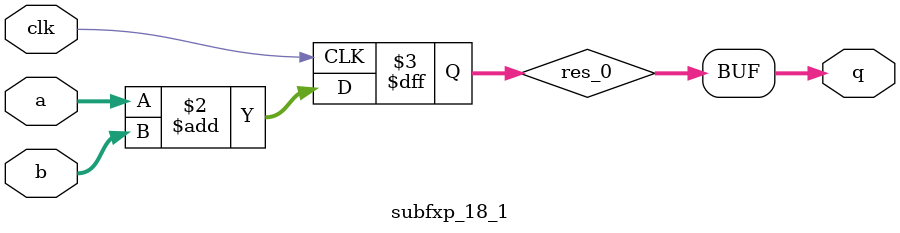
<source format=v>
`define SIMULATION_MEMORY

module c_matrix_vec_mult_core_18_10_16_2_1 (
	input clk,
	input reset,
	input i_ready,
	input i_valid,
	input [17:0] i_X_0,
	input [17:0] i_X_1,
	input [17:0] i_X_2,
	input [17:0] i_X_3,
	input [17:0] i_X_4,
	input [17:0] i_X_5,
	input [17:0] i_X_6,
	input [17:0] i_X_7,
	input [17:0] i_X_8,
	input [17:0] i_X_9,
	input [17:0] i_X_10,
	input [17:0] i_X_11,
	input [17:0] i_X_12,
	input [17:0] i_X_13,
	input [17:0] i_X_14,
	input [17:0] i_X_15,
	input [17:0] i_W_real_0_0,
	input [17:0] i_W_imag_0_0,
	input [17:0] i_W_real_0_1,
	input [17:0] i_W_imag_0_1,
	input [17:0] i_W_real_0_2,
	input [17:0] i_W_imag_0_2,
	input [17:0] i_W_real_0_3,
	input [17:0] i_W_imag_0_3,
	input [17:0] i_W_real_0_4,
	input [17:0] i_W_imag_0_4,
	input [17:0] i_W_real_0_5,
	input [17:0] i_W_imag_0_5,
	input [17:0] i_W_real_0_6,
	input [17:0] i_W_imag_0_6,
	input [17:0] i_W_real_0_7,
	input [17:0] i_W_imag_0_7,
	input [17:0] i_W_real_0_8,
	input [17:0] i_W_imag_0_8,
	input [17:0] i_W_real_1_0,
	input [17:0] i_W_imag_1_0,
	input [17:0] i_W_real_1_1,
	input [17:0] i_W_imag_1_1,
	input [17:0] i_W_real_1_2,
	input [17:0] i_W_imag_1_2,
	input [17:0] i_W_real_1_3,
	input [17:0] i_W_imag_1_3,
	input [17:0] i_W_real_1_4,
	input [17:0] i_W_imag_1_4,
	input [17:0] i_W_real_1_5,
	input [17:0] i_W_imag_1_5,
	input [17:0] i_W_real_1_6,
	input [17:0] i_W_imag_1_6,
	input [17:0] i_W_real_1_7,
	input [17:0] i_W_imag_1_7,
	input [17:0] i_W_real_1_8,
	input [17:0] i_W_imag_1_8,
	output [17:0] o_Y_real_0_0,
	output [17:0] o_Y_imag_0_0,
	output [17:0] o_Y_real_0_1,
	output [17:0] o_Y_imag_0_1,
	output [17:0] o_Y_real_0_2,
	output [17:0] o_Y_imag_0_2,
	output [17:0] o_Y_real_0_3,
	output [17:0] o_Y_imag_0_3,
	output [17:0] o_Y_real_0_4,
	output [17:0] o_Y_imag_0_4,
	output [17:0] o_Y_real_0_5,
	output [17:0] o_Y_imag_0_5,
	output [17:0] o_Y_real_0_6,
	output [17:0] o_Y_imag_0_6,
	output [17:0] o_Y_real_0_7,
	output [17:0] o_Y_imag_0_7,
	output [17:0] o_Y_real_0_8,
	output [17:0] o_Y_imag_0_8,
	output [17:0] o_Y_real_0_9,
	output [17:0] o_Y_imag_0_9,
	output [17:0] o_Y_real_0_10,
	output [17:0] o_Y_imag_0_10,
	output [17:0] o_Y_real_0_11,
	output [17:0] o_Y_imag_0_11,
	output [17:0] o_Y_real_0_12,
	output [17:0] o_Y_imag_0_12,
	output [17:0] o_Y_real_0_13,
	output [17:0] o_Y_imag_0_13,
	output [17:0] o_Y_real_0_14,
	output [17:0] o_Y_imag_0_14,
	output [17:0] o_Y_real_0_15,
	output [17:0] o_Y_imag_0_15,
	output [17:0] o_Y_real_1_0,
	output [17:0] o_Y_imag_1_0,
	output [17:0] o_Y_real_1_1,
	output [17:0] o_Y_imag_1_1,
	output [17:0] o_Y_real_1_2,
	output [17:0] o_Y_imag_1_2,
	output [17:0] o_Y_real_1_3,
	output [17:0] o_Y_imag_1_3,
	output [17:0] o_Y_real_1_4,
	output [17:0] o_Y_imag_1_4,
	output [17:0] o_Y_real_1_5,
	output [17:0] o_Y_imag_1_5,
	output [17:0] o_Y_real_1_6,
	output [17:0] o_Y_imag_1_6,
	output [17:0] o_Y_real_1_7,
	output [17:0] o_Y_imag_1_7,
	output [17:0] o_Y_real_1_8,
	output [17:0] o_Y_imag_1_8,
	output [17:0] o_Y_real_1_9,
	output [17:0] o_Y_imag_1_9,
	output [17:0] o_Y_real_1_10,
	output [17:0] o_Y_imag_1_10,
	output [17:0] o_Y_real_1_11,
	output [17:0] o_Y_imag_1_11,
	output [17:0] o_Y_real_1_12,
	output [17:0] o_Y_imag_1_12,
	output [17:0] o_Y_real_1_13,
	output [17:0] o_Y_imag_1_13,
	output [17:0] o_Y_real_1_14,
	output [17:0] o_Y_imag_1_14,
	output [17:0] o_Y_real_1_15,
	output [17:0] o_Y_imag_1_15,
	output o_ready,
	output o_valid
);

// Enable whenever reciever is ready
wire enable;
assign enable = i_ready;
// Register the inputs
reg [17:0] reg_X_0;
reg [17:0] reg_X_2_0;
reg [17:0] reg_X_1;
reg [17:0] reg_X_2_1;
reg [17:0] reg_X_2;
reg [17:0] reg_X_2_2;
reg [17:0] reg_X_3;
reg [17:0] reg_X_2_3;
reg [17:0] reg_X_4;
reg [17:0] reg_X_2_4;
reg [17:0] reg_X_5;
reg [17:0] reg_X_2_5;
reg [17:0] reg_X_6;
reg [17:0] reg_X_2_6;
reg [17:0] reg_X_7;
reg [17:0] reg_X_2_7;
reg [17:0] reg_X_8;
reg [17:0] reg_X_2_8;
reg [17:0] reg_X_9;
reg [17:0] reg_X_2_9;
reg [17:0] reg_X_10;
reg [17:0] reg_X_2_10;
reg [17:0] reg_X_11;
reg [17:0] reg_X_2_11;
reg [17:0] reg_X_12;
reg [17:0] reg_X_2_12;
reg [17:0] reg_X_13;
reg [17:0] reg_X_2_13;
reg [17:0] reg_X_14;
reg [17:0] reg_X_2_14;
reg [17:0] reg_X_15;
reg [17:0] reg_X_2_15;
reg [17:0] reg_W_real_0_0;
reg [17:0] reg_W_imag_0_0;
reg [17:0] reg_W_real_0_1;
reg [17:0] reg_W_imag_0_1;
reg [17:0] reg_W_real_0_2;
reg [17:0] reg_W_imag_0_2;
reg [17:0] reg_W_real_0_3;
reg [17:0] reg_W_imag_0_3;
reg [17:0] reg_W_real_0_4;
reg [17:0] reg_W_imag_0_4;
reg [17:0] reg_W_real_0_5;
reg [17:0] reg_W_imag_0_5;
reg [17:0] reg_W_real_0_6;
reg [17:0] reg_W_imag_0_6;
reg [17:0] reg_W_real_0_7;
reg [17:0] reg_W_imag_0_7;
reg [17:0] reg_W_real_0_8;
reg [17:0] reg_W_imag_0_8;
reg [17:0] reg_W_real_1_0;
reg [17:0] reg_W_imag_1_0;
reg [17:0] reg_W_real_1_1;
reg [17:0] reg_W_imag_1_1;
reg [17:0] reg_W_real_1_2;
reg [17:0] reg_W_imag_1_2;
reg [17:0] reg_W_real_1_3;
reg [17:0] reg_W_imag_1_3;
reg [17:0] reg_W_real_1_4;
reg [17:0] reg_W_imag_1_4;
reg [17:0] reg_W_real_1_5;
reg [17:0] reg_W_imag_1_5;
reg [17:0] reg_W_real_1_6;
reg [17:0] reg_W_imag_1_6;
reg [17:0] reg_W_real_1_7;
reg [17:0] reg_W_imag_1_7;
reg [17:0] reg_W_real_1_8;
reg [17:0] reg_W_imag_1_8;
reg reg_i_valid;

// Register the outputs
reg [17:0] reg_Y_real_0_0;
reg [17:0] reg_Y_imag_0_0;
reg [17:0] reg_Y_real_0_1;
reg [17:0] reg_Y_imag_0_1;
reg [17:0] reg_Y_real_0_2;
reg [17:0] reg_Y_imag_0_2;
reg [17:0] reg_Y_real_0_3;
reg [17:0] reg_Y_imag_0_3;
reg [17:0] reg_Y_real_0_4;
reg [17:0] reg_Y_imag_0_4;
reg [17:0] reg_Y_real_0_5;
reg [17:0] reg_Y_imag_0_5;
reg [17:0] reg_Y_real_0_6;
reg [17:0] reg_Y_imag_0_6;
reg [17:0] reg_Y_real_0_7;
reg [17:0] reg_Y_imag_0_7;
reg [17:0] reg_Y_real_0_8;
reg [17:0] reg_Y_imag_0_8;
reg [17:0] reg_Y_real_0_9;
reg [17:0] reg_Y_imag_0_9;
reg [17:0] reg_Y_real_0_10;
reg [17:0] reg_Y_imag_0_10;
reg [17:0] reg_Y_real_0_11;
reg [17:0] reg_Y_imag_0_11;
reg [17:0] reg_Y_real_0_12;
reg [17:0] reg_Y_imag_0_12;
reg [17:0] reg_Y_real_0_13;
reg [17:0] reg_Y_imag_0_13;
reg [17:0] reg_Y_real_0_14;
reg [17:0] reg_Y_imag_0_14;
reg [17:0] reg_Y_real_0_15;
reg [17:0] reg_Y_imag_0_15;
reg [17:0] reg_Y_real_1_0;
reg [17:0] reg_Y_imag_1_0;
reg [17:0] reg_Y_real_1_1;
reg [17:0] reg_Y_imag_1_1;
reg [17:0] reg_Y_real_1_2;
reg [17:0] reg_Y_imag_1_2;
reg [17:0] reg_Y_real_1_3;
reg [17:0] reg_Y_imag_1_3;
reg [17:0] reg_Y_real_1_4;
reg [17:0] reg_Y_imag_1_4;
reg [17:0] reg_Y_real_1_5;
reg [17:0] reg_Y_imag_1_5;
reg [17:0] reg_Y_real_1_6;
reg [17:0] reg_Y_imag_1_6;
reg [17:0] reg_Y_real_1_7;
reg [17:0] reg_Y_imag_1_7;
reg [17:0] reg_Y_real_1_8;
reg [17:0] reg_Y_imag_1_8;
reg [17:0] reg_Y_real_1_9;
reg [17:0] reg_Y_imag_1_9;
reg [17:0] reg_Y_real_1_10;
reg [17:0] reg_Y_imag_1_10;
reg [17:0] reg_Y_real_1_11;
reg [17:0] reg_Y_imag_1_11;
reg [17:0] reg_Y_real_1_12;
reg [17:0] reg_Y_imag_1_12;
reg [17:0] reg_Y_real_1_13;
reg [17:0] reg_Y_imag_1_13;
reg [17:0] reg_Y_real_1_14;
reg [17:0] reg_Y_imag_1_14;
reg [17:0] reg_Y_real_1_15;
reg [17:0] reg_Y_imag_1_15;
reg reg_o_valid;

// Inter-connections
reg fft_valid;
reg reg_o_ready;
wire o_fft_next;
wire mult_X_real_W_real_valid_0;
wire mult_X_imag_W_real_valid_0;
wire mult_X_real_W_imag_valid_0;
wire mult_X_imag_W_imag_valid_0;
wire sub_y_real_valid_0;
wire add_y_imag_valid_0;
wire mult_X_real_W_real_valid_1;
wire mult_X_imag_W_real_valid_1;
wire mult_X_real_W_imag_valid_1;
wire mult_X_imag_W_imag_valid_1;
wire sub_y_real_valid_1;
wire add_y_imag_valid_1;

wire [17:0] W_real_wires_0_0;
wire [17:0] W_imag_wires_0_0;
wire [17:0] W_real_holder_0_0;
wire [17:0] W_imag_holder_0_0;
wire [17:0] o_mult_X_real_W_real_0_0;
wire [17:0] o_mult_X_imag_W_real_0_0;
wire [17:0] o_mult_X_real_W_imag_0_0;
wire [17:0] o_mult_X_imag_W_imag_0_0;
wire [17:0] o_sub_y_real_0_0;
wire [17:0] o_add_y_imag_0_0;
wire [17:0] W_real_wires_0_1;
wire [17:0] W_imag_wires_0_1;
wire [17:0] W_real_holder_0_1;
wire [17:0] W_imag_holder_0_1;
wire [17:0] o_mult_X_real_W_real_0_1;
wire [17:0] o_mult_X_imag_W_real_0_1;
wire [17:0] o_mult_X_real_W_imag_0_1;
wire [17:0] o_mult_X_imag_W_imag_0_1;
wire [17:0] o_sub_y_real_0_1;
wire [17:0] o_add_y_imag_0_1;
wire [17:0] W_real_wires_0_2;
wire [17:0] W_imag_wires_0_2;
wire [17:0] W_real_holder_0_2;
wire [17:0] W_imag_holder_0_2;
wire [17:0] o_mult_X_real_W_real_0_2;
wire [17:0] o_mult_X_imag_W_real_0_2;
wire [17:0] o_mult_X_real_W_imag_0_2;
wire [17:0] o_mult_X_imag_W_imag_0_2;
wire [17:0] o_sub_y_real_0_2;
wire [17:0] o_add_y_imag_0_2;
wire [17:0] W_real_wires_0_3;
wire [17:0] W_imag_wires_0_3;
wire [17:0] W_real_holder_0_3;
wire [17:0] W_imag_holder_0_3;
wire [17:0] o_mult_X_real_W_real_0_3;
wire [17:0] o_mult_X_imag_W_real_0_3;
wire [17:0] o_mult_X_real_W_imag_0_3;
wire [17:0] o_mult_X_imag_W_imag_0_3;
wire [17:0] o_sub_y_real_0_3;
wire [17:0] o_add_y_imag_0_3;
wire [17:0] W_real_wires_0_4;
wire [17:0] W_imag_wires_0_4;
wire [17:0] W_real_holder_0_4;
wire [17:0] W_imag_holder_0_4;
wire [17:0] o_mult_X_real_W_real_0_4;
wire [17:0] o_mult_X_imag_W_real_0_4;
wire [17:0] o_mult_X_real_W_imag_0_4;
wire [17:0] o_mult_X_imag_W_imag_0_4;
wire [17:0] o_sub_y_real_0_4;
wire [17:0] o_add_y_imag_0_4;
wire [17:0] W_real_wires_0_5;
wire [17:0] W_imag_wires_0_5;
wire [17:0] W_real_holder_0_5;
wire [17:0] W_imag_holder_0_5;
wire [17:0] o_mult_X_real_W_real_0_5;
wire [17:0] o_mult_X_imag_W_real_0_5;
wire [17:0] o_mult_X_real_W_imag_0_5;
wire [17:0] o_mult_X_imag_W_imag_0_5;
wire [17:0] o_sub_y_real_0_5;
wire [17:0] o_add_y_imag_0_5;
wire [17:0] W_real_wires_0_6;
wire [17:0] W_imag_wires_0_6;
wire [17:0] W_real_holder_0_6;
wire [17:0] W_imag_holder_0_6;
wire [17:0] o_mult_X_real_W_real_0_6;
wire [17:0] o_mult_X_imag_W_real_0_6;
wire [17:0] o_mult_X_real_W_imag_0_6;
wire [17:0] o_mult_X_imag_W_imag_0_6;
wire [17:0] o_sub_y_real_0_6;
wire [17:0] o_add_y_imag_0_6;
wire [17:0] W_real_wires_0_7;
wire [17:0] W_imag_wires_0_7;
wire [17:0] W_real_holder_0_7;
wire [17:0] W_imag_holder_0_7;
wire [17:0] o_mult_X_real_W_real_0_7;
wire [17:0] o_mult_X_imag_W_real_0_7;
wire [17:0] o_mult_X_real_W_imag_0_7;
wire [17:0] o_mult_X_imag_W_imag_0_7;
wire [17:0] o_sub_y_real_0_7;
wire [17:0] o_add_y_imag_0_7;
wire [17:0] W_real_wires_0_8;
wire [17:0] W_imag_wires_0_8;
wire [17:0] W_real_holder_0_8;
wire [17:0] W_imag_holder_0_8;
wire [17:0] o_mult_X_real_W_real_0_8;
wire [17:0] o_mult_X_imag_W_real_0_8;
wire [17:0] o_mult_X_real_W_imag_0_8;
wire [17:0] o_mult_X_imag_W_imag_0_8;
wire [17:0] o_sub_y_real_0_8;
wire [17:0] o_add_y_imag_0_8;
wire [17:0] W_real_wires_1_0;
wire [17:0] W_imag_wires_1_0;
wire [17:0] W_real_holder_1_0;
wire [17:0] W_imag_holder_1_0;
wire [17:0] o_mult_X_real_W_real_1_0;
wire [17:0] o_mult_X_imag_W_real_1_0;
wire [17:0] o_mult_X_real_W_imag_1_0;
wire [17:0] o_mult_X_imag_W_imag_1_0;
wire [17:0] o_sub_y_real_1_0;
wire [17:0] o_add_y_imag_1_0;
wire [17:0] W_real_wires_1_1;
wire [17:0] W_imag_wires_1_1;
wire [17:0] W_real_holder_1_1;
wire [17:0] W_imag_holder_1_1;
wire [17:0] o_mult_X_real_W_real_1_1;
wire [17:0] o_mult_X_imag_W_real_1_1;
wire [17:0] o_mult_X_real_W_imag_1_1;
wire [17:0] o_mult_X_imag_W_imag_1_1;
wire [17:0] o_sub_y_real_1_1;
wire [17:0] o_add_y_imag_1_1;
wire [17:0] W_real_wires_1_2;
wire [17:0] W_imag_wires_1_2;
wire [17:0] W_real_holder_1_2;
wire [17:0] W_imag_holder_1_2;
wire [17:0] o_mult_X_real_W_real_1_2;
wire [17:0] o_mult_X_imag_W_real_1_2;
wire [17:0] o_mult_X_real_W_imag_1_2;
wire [17:0] o_mult_X_imag_W_imag_1_2;
wire [17:0] o_sub_y_real_1_2;
wire [17:0] o_add_y_imag_1_2;
wire [17:0] W_real_wires_1_3;
wire [17:0] W_imag_wires_1_3;
wire [17:0] W_real_holder_1_3;
wire [17:0] W_imag_holder_1_3;
wire [17:0] o_mult_X_real_W_real_1_3;
wire [17:0] o_mult_X_imag_W_real_1_3;
wire [17:0] o_mult_X_real_W_imag_1_3;
wire [17:0] o_mult_X_imag_W_imag_1_3;
wire [17:0] o_sub_y_real_1_3;
wire [17:0] o_add_y_imag_1_3;
wire [17:0] W_real_wires_1_4;
wire [17:0] W_imag_wires_1_4;
wire [17:0] W_real_holder_1_4;
wire [17:0] W_imag_holder_1_4;
wire [17:0] o_mult_X_real_W_real_1_4;
wire [17:0] o_mult_X_imag_W_real_1_4;
wire [17:0] o_mult_X_real_W_imag_1_4;
wire [17:0] o_mult_X_imag_W_imag_1_4;
wire [17:0] o_sub_y_real_1_4;
wire [17:0] o_add_y_imag_1_4;
wire [17:0] W_real_wires_1_5;
wire [17:0] W_imag_wires_1_5;
wire [17:0] W_real_holder_1_5;
wire [17:0] W_imag_holder_1_5;
wire [17:0] o_mult_X_real_W_real_1_5;
wire [17:0] o_mult_X_imag_W_real_1_5;
wire [17:0] o_mult_X_real_W_imag_1_5;
wire [17:0] o_mult_X_imag_W_imag_1_5;
wire [17:0] o_sub_y_real_1_5;
wire [17:0] o_add_y_imag_1_5;
wire [17:0] W_real_wires_1_6;
wire [17:0] W_imag_wires_1_6;
wire [17:0] W_real_holder_1_6;
wire [17:0] W_imag_holder_1_6;
wire [17:0] o_mult_X_real_W_real_1_6;
wire [17:0] o_mult_X_imag_W_real_1_6;
wire [17:0] o_mult_X_real_W_imag_1_6;
wire [17:0] o_mult_X_imag_W_imag_1_6;
wire [17:0] o_sub_y_real_1_6;
wire [17:0] o_add_y_imag_1_6;
wire [17:0] W_real_wires_1_7;
wire [17:0] W_imag_wires_1_7;
wire [17:0] W_real_holder_1_7;
wire [17:0] W_imag_holder_1_7;
wire [17:0] o_mult_X_real_W_real_1_7;
wire [17:0] o_mult_X_imag_W_real_1_7;
wire [17:0] o_mult_X_real_W_imag_1_7;
wire [17:0] o_mult_X_imag_W_imag_1_7;
wire [17:0] o_sub_y_real_1_7;
wire [17:0] o_add_y_imag_1_7;
wire [17:0] W_real_wires_1_8;
wire [17:0] W_imag_wires_1_8;
wire [17:0] W_real_holder_1_8;
wire [17:0] W_imag_holder_1_8;
wire [17:0] o_mult_X_real_W_real_1_8;
wire [17:0] o_mult_X_imag_W_real_1_8;
wire [17:0] o_mult_X_real_W_imag_1_8;
wire [17:0] o_mult_X_imag_W_imag_1_8;
wire [17:0] o_sub_y_real_1_8;
wire [17:0] o_add_y_imag_1_8;
wire [17:0] o_fft_X_real_0;
wire [17:0] o_fft_X_imag_0;
wire [17:0] o_fft_X_real_1;
wire [17:0] o_fft_X_imag_1;
wire [17:0] o_fft_X_real_2;
wire [17:0] o_fft_X_imag_2;
wire [17:0] o_fft_X_real_3;
wire [17:0] o_fft_X_imag_3;
wire [17:0] o_fft_X_real_4;
wire [17:0] o_fft_X_imag_4;
wire [17:0] o_fft_X_real_5;
wire [17:0] o_fft_X_imag_5;
wire [17:0] o_fft_X_real_6;
wire [17:0] o_fft_X_imag_6;
wire [17:0] o_fft_X_real_7;
wire [17:0] o_fft_X_imag_7;
wire [17:0] o_fft_X_real_8;
wire [17:0] o_fft_X_imag_8;
wire [17:0] o_fft_X_real_9;
wire [17:0] o_fft_X_imag_9;
wire [17:0] o_fft_X_real_10;
wire [17:0] o_fft_X_imag_10;
wire [17:0] o_fft_X_real_11;
wire [17:0] o_fft_X_imag_11;
wire [17:0] o_fft_X_real_12;
wire [17:0] o_fft_X_imag_12;
wire [17:0] o_fft_X_real_13;
wire [17:0] o_fft_X_imag_13;
wire [17:0] o_fft_X_real_14;
wire [17:0] o_fft_X_imag_14;
wire [17:0] o_fft_X_real_15;
wire [17:0] o_fft_X_imag_15;

// Hold weights value until X_FFT finishes
assign W_real_wires_0_0 = reg_W_real_0_0;
assign W_imag_wires_0_0 = reg_W_imag_0_0;
assign W_real_wires_0_1 = reg_W_real_0_1;
assign W_imag_wires_0_1 = reg_W_imag_0_1;
assign W_real_wires_0_2 = reg_W_real_0_2;
assign W_imag_wires_0_2 = reg_W_imag_0_2;
assign W_real_wires_0_3 = reg_W_real_0_3;
assign W_imag_wires_0_3 = reg_W_imag_0_3;
assign W_real_wires_0_4 = reg_W_real_0_4;
assign W_imag_wires_0_4 = reg_W_imag_0_4;
assign W_real_wires_0_5 = reg_W_real_0_5;
assign W_imag_wires_0_5 = reg_W_imag_0_5;
assign W_real_wires_0_6 = reg_W_real_0_6;
assign W_imag_wires_0_6 = reg_W_imag_0_6;
assign W_real_wires_0_7 = reg_W_real_0_7;
assign W_imag_wires_0_7 = reg_W_imag_0_7;
assign W_real_wires_0_8 = reg_W_real_0_8;
assign W_imag_wires_0_8 = reg_W_imag_0_8;
assign W_real_wires_1_0 = reg_W_real_1_0;
assign W_imag_wires_1_0 = reg_W_imag_1_0;
assign W_real_wires_1_1 = reg_W_real_1_1;
assign W_imag_wires_1_1 = reg_W_imag_1_1;
assign W_real_wires_1_2 = reg_W_real_1_2;
assign W_imag_wires_1_2 = reg_W_imag_1_2;
assign W_real_wires_1_3 = reg_W_real_1_3;
assign W_imag_wires_1_3 = reg_W_imag_1_3;
assign W_real_wires_1_4 = reg_W_real_1_4;
assign W_imag_wires_1_4 = reg_W_imag_1_4;
assign W_real_wires_1_5 = reg_W_real_1_5;
assign W_imag_wires_1_5 = reg_W_imag_1_5;
assign W_real_wires_1_6 = reg_W_real_1_6;
assign W_imag_wires_1_6 = reg_W_imag_1_6;
assign W_real_wires_1_7 = reg_W_real_1_7;
assign W_imag_wires_1_7 = reg_W_imag_1_7;
assign W_real_wires_1_8 = reg_W_real_1_8;
assign W_imag_wires_1_8 = reg_W_imag_1_8;

shift_register_group_18_910 shift_register_group_18_910_inst_0_real (
	.clk(clk),
	.enable(enable),
	.in_0(W_real_wires_0_0),
	.out_0(W_real_holder_0_0),
	.in_1(W_real_wires_0_1),
	.out_1(W_real_holder_0_1),
	.in_2(W_real_wires_0_2),
	.out_2(W_real_holder_0_2),
	.in_3(W_real_wires_0_3),
	.out_3(W_real_holder_0_3),
	.in_4(W_real_wires_0_4),
	.out_4(W_real_holder_0_4),
	.in_5(W_real_wires_0_5),
	.out_5(W_real_holder_0_5),
	.in_6(W_real_wires_0_6),
	.out_6(W_real_holder_0_6),
	.in_7(W_real_wires_0_7),
	.out_7(W_real_holder_0_7),
	.in_8(W_real_wires_0_8),
	.out_8(W_real_holder_0_8),
	.reset(reset)
);

shift_register_group_18_910 shift_register_group_18_910_inst_0_imag (
	.clk(clk),
	.enable(enable),
	.in_0(W_imag_wires_0_0),
	.out_0(W_imag_holder_0_0),
	.in_1(W_imag_wires_0_1),
	.out_1(W_imag_holder_0_1),
	.in_2(W_imag_wires_0_2),
	.out_2(W_imag_holder_0_2),
	.in_3(W_imag_wires_0_3),
	.out_3(W_imag_holder_0_3),
	.in_4(W_imag_wires_0_4),
	.out_4(W_imag_holder_0_4),
	.in_5(W_imag_wires_0_5),
	.out_5(W_imag_holder_0_5),
	.in_6(W_imag_wires_0_6),
	.out_6(W_imag_holder_0_6),
	.in_7(W_imag_wires_0_7),
	.out_7(W_imag_holder_0_7),
	.in_8(W_imag_wires_0_8),
	.out_8(W_imag_holder_0_8),
	.reset(reset)
);

shift_register_group_18_910 shift_register_group_18_910_inst_1_real (
	.clk(clk),
	.enable(enable),
	.in_0(W_real_wires_1_0),
	.out_0(W_real_holder_1_0),
	.in_1(W_real_wires_1_1),
	.out_1(W_real_holder_1_1),
	.in_2(W_real_wires_1_2),
	.out_2(W_real_holder_1_2),
	.in_3(W_real_wires_1_3),
	.out_3(W_real_holder_1_3),
	.in_4(W_real_wires_1_4),
	.out_4(W_real_holder_1_4),
	.in_5(W_real_wires_1_5),
	.out_5(W_real_holder_1_5),
	.in_6(W_real_wires_1_6),
	.out_6(W_real_holder_1_6),
	.in_7(W_real_wires_1_7),
	.out_7(W_real_holder_1_7),
	.in_8(W_real_wires_1_8),
	.out_8(W_real_holder_1_8),
	.reset(reset)
);

shift_register_group_18_910 shift_register_group_18_910_inst_1_imag (
	.clk(clk),
	.enable(enable),
	.in_0(W_imag_wires_1_0),
	.out_0(W_imag_holder_1_0),
	.in_1(W_imag_wires_1_1),
	.out_1(W_imag_holder_1_1),
	.in_2(W_imag_wires_1_2),
	.out_2(W_imag_holder_1_2),
	.in_3(W_imag_wires_1_3),
	.out_3(W_imag_holder_1_3),
	.in_4(W_imag_wires_1_4),
	.out_4(W_imag_holder_1_4),
	.in_5(W_imag_wires_1_5),
	.out_5(W_imag_holder_1_5),
	.in_6(W_imag_wires_1_6),
	.out_6(W_imag_holder_1_6),
	.in_7(W_imag_wires_1_7),
	.out_7(W_imag_holder_1_7),
	.in_8(W_imag_wires_1_8),
	.out_8(W_imag_holder_1_8),
	.reset(reset)
);

dft_16_top_18 dft_16_top_18_inst (
	.clk(clk),
	.reset(reset),
	.next(reg_i_valid),
	.X0(reg_X_2_0),
	.Y0(o_fft_X_real_0),
	.X1(0),
	.Y1(o_fft_X_imag_0),
	.X2(reg_X_2_1),
	.Y2(o_fft_X_real_1),
	.X3(0),
	.Y3(o_fft_X_imag_1),
	.X4(reg_X_2_2),
	.Y4(o_fft_X_real_2),
	.X5(0),
	.Y5(o_fft_X_imag_2),
	.X6(reg_X_2_3),
	.Y6(o_fft_X_real_3),
	.X7(0),
	.Y7(o_fft_X_imag_3),
	.X8(reg_X_2_4),
	.Y8(o_fft_X_real_4),
	.X9(0),
	.Y9(o_fft_X_imag_4),
	.X10(reg_X_2_5),
	.Y10(o_fft_X_real_5),
	.X11(0),
	.Y11(o_fft_X_imag_5),
	.X12(reg_X_2_6),
	.Y12(o_fft_X_real_6),
	.X13(0),
	.Y13(o_fft_X_imag_6),
	.X14(reg_X_2_7),
	.Y14(o_fft_X_real_7),
	.X15(0),
	.Y15(o_fft_X_imag_7),
	.X16(reg_X_2_8),
	.Y16(o_fft_X_real_8),
	.X17(0),
	.Y17(o_fft_X_imag_8),
	.X18(reg_X_2_9),
	.Y18(o_fft_X_real_9),
	.X19(0),
	.Y19(o_fft_X_imag_9),
	.X20(reg_X_2_10),
	.Y20(o_fft_X_real_10),
	.X21(0),
	.Y21(o_fft_X_imag_10),
	.X22(reg_X_2_11),
	.Y22(o_fft_X_real_11),
	.X23(0),
	.Y23(o_fft_X_imag_11),
	.X24(reg_X_2_12),
	.Y24(o_fft_X_real_12),
	.X25(0),
	.Y25(o_fft_X_imag_12),
	.X26(reg_X_2_13),
	.Y26(o_fft_X_real_13),
	.X27(0),
	.Y27(o_fft_X_imag_13),
	.X28(reg_X_2_14),
	.Y28(o_fft_X_real_14),
	.X29(0),
	.Y29(o_fft_X_imag_14),
	.X30(reg_X_2_15),
	.Y30(o_fft_X_real_15),
	.X31(0),
	.Y31(o_fft_X_imag_15),
	.next_out(o_fft_next)
);
elementwise_mult_core_18_1810_9_1 elementwise_mult_core_18_1810_9_1_inst_0_real_real (
	.clk(clk),
	.reset(reset),
	.i_valid(fft_valid),
	.i_ready(enable),
	.i_A_0(W_real_holder_0_0),
	.i_B_0(o_fft_X_real_0),
	.o_C_0(o_mult_X_real_W_real_0_0),
	.i_A_1(W_real_holder_0_1),
	.i_B_1(o_fft_X_real_1),
	.o_C_1(o_mult_X_real_W_real_0_1),
	.i_A_2(W_real_holder_0_2),
	.i_B_2(o_fft_X_real_2),
	.o_C_2(o_mult_X_real_W_real_0_2),
	.i_A_3(W_real_holder_0_3),
	.i_B_3(o_fft_X_real_3),
	.o_C_3(o_mult_X_real_W_real_0_3),
	.i_A_4(W_real_holder_0_4),
	.i_B_4(o_fft_X_real_4),
	.o_C_4(o_mult_X_real_W_real_0_4),
	.i_A_5(W_real_holder_0_5),
	.i_B_5(o_fft_X_real_5),
	.o_C_5(o_mult_X_real_W_real_0_5),
	.i_A_6(W_real_holder_0_6),
	.i_B_6(o_fft_X_real_6),
	.o_C_6(o_mult_X_real_W_real_0_6),
	.i_A_7(W_real_holder_0_7),
	.i_B_7(o_fft_X_real_7),
	.o_C_7(o_mult_X_real_W_real_0_7),
	.i_A_8(W_real_holder_0_8),
	.i_B_8(o_fft_X_real_8),
	.o_C_8(o_mult_X_real_W_real_0_8),
	.o_valid(mult_X_real_W_real_valid_0),
	.o_ready()
);

elementwise_mult_core_18_1810_9_1 elementwise_mult_core_18_1810_9_1_inst_0_real_imag (
	.clk(clk),
	.reset(reset),
	.i_valid(fft_valid),
	.i_ready(enable),
	.i_A_0(W_imag_holder_0_0),
	.i_B_0(o_fft_X_real_0),
	.o_C_0(o_mult_X_real_W_imag_0_0),
	.i_A_1(W_imag_holder_0_1),
	.i_B_1(o_fft_X_real_1),
	.o_C_1(o_mult_X_real_W_imag_0_1),
	.i_A_2(W_imag_holder_0_2),
	.i_B_2(o_fft_X_real_2),
	.o_C_2(o_mult_X_real_W_imag_0_2),
	.i_A_3(W_imag_holder_0_3),
	.i_B_3(o_fft_X_real_3),
	.o_C_3(o_mult_X_real_W_imag_0_3),
	.i_A_4(W_imag_holder_0_4),
	.i_B_4(o_fft_X_real_4),
	.o_C_4(o_mult_X_real_W_imag_0_4),
	.i_A_5(W_imag_holder_0_5),
	.i_B_5(o_fft_X_real_5),
	.o_C_5(o_mult_X_real_W_imag_0_5),
	.i_A_6(W_imag_holder_0_6),
	.i_B_6(o_fft_X_real_6),
	.o_C_6(o_mult_X_real_W_imag_0_6),
	.i_A_7(W_imag_holder_0_7),
	.i_B_7(o_fft_X_real_7),
	.o_C_7(o_mult_X_real_W_imag_0_7),
	.i_A_8(W_imag_holder_0_8),
	.i_B_8(o_fft_X_real_8),
	.o_C_8(o_mult_X_real_W_imag_0_8),
	.o_valid(mult_X_real_W_imag_valid_0),
	.o_ready()
);

elementwise_mult_core_18_1810_9_1 elementwise_mult_core_18_1810_9_1_inst_0_imag_real (
	.clk(clk),
	.reset(reset),
	.i_valid(fft_valid),
	.i_ready(enable),
	.i_A_0(o_fft_X_imag_0),
	.i_B_0(W_real_holder_0_0),
	.o_C_0(o_mult_X_imag_W_real_0_0),
	.i_A_1(o_fft_X_imag_1),
	.i_B_1(W_real_holder_0_1),
	.o_C_1(o_mult_X_imag_W_real_0_1),
	.i_A_2(o_fft_X_imag_2),
	.i_B_2(W_real_holder_0_2),
	.o_C_2(o_mult_X_imag_W_real_0_2),
	.i_A_3(o_fft_X_imag_3),
	.i_B_3(W_real_holder_0_3),
	.o_C_3(o_mult_X_imag_W_real_0_3),
	.i_A_4(o_fft_X_imag_4),
	.i_B_4(W_real_holder_0_4),
	.o_C_4(o_mult_X_imag_W_real_0_4),
	.i_A_5(o_fft_X_imag_5),
	.i_B_5(W_real_holder_0_5),
	.o_C_5(o_mult_X_imag_W_real_0_5),
	.i_A_6(o_fft_X_imag_6),
	.i_B_6(W_real_holder_0_6),
	.o_C_6(o_mult_X_imag_W_real_0_6),
	.i_A_7(o_fft_X_imag_7),
	.i_B_7(W_real_holder_0_7),
	.o_C_7(o_mult_X_imag_W_real_0_7),
	.i_A_8(o_fft_X_imag_8),
	.i_B_8(W_real_holder_0_8),
	.o_C_8(o_mult_X_imag_W_real_0_8),
	.o_valid(mult_X_imag_W_real_valid_0),
	.o_ready()
);

elementwise_mult_core_18_1810_9_1 elementwise_mult_core_18_1810_9_1_inst_0_imag_imag (
	.clk(clk),
	.reset(reset),
	.i_valid(fft_valid),
	.i_ready(enable),
	.i_A_0(o_fft_X_imag_0),
	.i_B_0(W_imag_holder_0_0),
	.o_C_0(o_mult_X_imag_W_imag_0_0),
	.i_A_1(o_fft_X_imag_1),
	.i_B_1(W_imag_holder_0_1),
	.o_C_1(o_mult_X_imag_W_imag_0_1),
	.i_A_2(o_fft_X_imag_2),
	.i_B_2(W_imag_holder_0_2),
	.o_C_2(o_mult_X_imag_W_imag_0_2),
	.i_A_3(o_fft_X_imag_3),
	.i_B_3(W_imag_holder_0_3),
	.o_C_3(o_mult_X_imag_W_imag_0_3),
	.i_A_4(o_fft_X_imag_4),
	.i_B_4(W_imag_holder_0_4),
	.o_C_4(o_mult_X_imag_W_imag_0_4),
	.i_A_5(o_fft_X_imag_5),
	.i_B_5(W_imag_holder_0_5),
	.o_C_5(o_mult_X_imag_W_imag_0_5),
	.i_A_6(o_fft_X_imag_6),
	.i_B_6(W_imag_holder_0_6),
	.o_C_6(o_mult_X_imag_W_imag_0_6),
	.i_A_7(o_fft_X_imag_7),
	.i_B_7(W_imag_holder_0_7),
	.o_C_7(o_mult_X_imag_W_imag_0_7),
	.i_A_8(o_fft_X_imag_8),
	.i_B_8(W_imag_holder_0_8),
	.o_C_8(o_mult_X_imag_W_imag_0_8),
	.o_valid(mult_X_imag_W_imag_valid_0),
	.o_ready()
);

elementwise_mult_core_18_1810_9_1 elementwise_mult_core_18_1810_9_1_inst_1_real_real (
	.clk(clk),
	.reset(reset),
	.i_valid(fft_valid),
	.i_ready(enable),
	.i_A_0(W_real_holder_1_0),
	.i_B_0(o_fft_X_real_0),
	.o_C_0(o_mult_X_real_W_real_1_0),
	.i_A_1(W_real_holder_1_1),
	.i_B_1(o_fft_X_real_1),
	.o_C_1(o_mult_X_real_W_real_1_1),
	.i_A_2(W_real_holder_1_2),
	.i_B_2(o_fft_X_real_2),
	.o_C_2(o_mult_X_real_W_real_1_2),
	.i_A_3(W_real_holder_1_3),
	.i_B_3(o_fft_X_real_3),
	.o_C_3(o_mult_X_real_W_real_1_3),
	.i_A_4(W_real_holder_1_4),
	.i_B_4(o_fft_X_real_4),
	.o_C_4(o_mult_X_real_W_real_1_4),
	.i_A_5(W_real_holder_1_5),
	.i_B_5(o_fft_X_real_5),
	.o_C_5(o_mult_X_real_W_real_1_5),
	.i_A_6(W_real_holder_1_6),
	.i_B_6(o_fft_X_real_6),
	.o_C_6(o_mult_X_real_W_real_1_6),
	.i_A_7(W_real_holder_1_7),
	.i_B_7(o_fft_X_real_7),
	.o_C_7(o_mult_X_real_W_real_1_7),
	.i_A_8(W_real_holder_1_8),
	.i_B_8(o_fft_X_real_8),
	.o_C_8(o_mult_X_real_W_real_1_8),
	.o_valid(mult_X_real_W_real_valid_1),
	.o_ready()
);

elementwise_mult_core_18_1810_9_1 elementwise_mult_core_18_1810_9_1_inst_1_real_imag (
	.clk(clk),
	.reset(reset),
	.i_valid(fft_valid),
	.i_ready(enable),
	.i_A_0(W_imag_holder_1_0),
	.i_B_0(o_fft_X_real_0),
	.o_C_0(o_mult_X_real_W_imag_1_0),
	.i_A_1(W_imag_holder_1_1),
	.i_B_1(o_fft_X_real_1),
	.o_C_1(o_mult_X_real_W_imag_1_1),
	.i_A_2(W_imag_holder_1_2),
	.i_B_2(o_fft_X_real_2),
	.o_C_2(o_mult_X_real_W_imag_1_2),
	.i_A_3(W_imag_holder_1_3),
	.i_B_3(o_fft_X_real_3),
	.o_C_3(o_mult_X_real_W_imag_1_3),
	.i_A_4(W_imag_holder_1_4),
	.i_B_4(o_fft_X_real_4),
	.o_C_4(o_mult_X_real_W_imag_1_4),
	.i_A_5(W_imag_holder_1_5),
	.i_B_5(o_fft_X_real_5),
	.o_C_5(o_mult_X_real_W_imag_1_5),
	.i_A_6(W_imag_holder_1_6),
	.i_B_6(o_fft_X_real_6),
	.o_C_6(o_mult_X_real_W_imag_1_6),
	.i_A_7(W_imag_holder_1_7),
	.i_B_7(o_fft_X_real_7),
	.o_C_7(o_mult_X_real_W_imag_1_7),
	.i_A_8(W_imag_holder_1_8),
	.i_B_8(o_fft_X_real_8),
	.o_C_8(o_mult_X_real_W_imag_1_8),
	.o_valid(mult_X_real_W_imag_valid_1),
	.o_ready()
);

elementwise_mult_core_18_1810_9_1 elementwise_mult_core_18_1810_9_1_inst_1_imag_real (
	.clk(clk),
	.reset(reset),
	.i_valid(fft_valid),
	.i_ready(enable),
	.i_A_0(o_fft_X_imag_0),
	.i_B_0(W_real_holder_1_0),
	.o_C_0(o_mult_X_imag_W_real_1_0),
	.i_A_1(o_fft_X_imag_1),
	.i_B_1(W_real_holder_1_1),
	.o_C_1(o_mult_X_imag_W_real_1_1),
	.i_A_2(o_fft_X_imag_2),
	.i_B_2(W_real_holder_1_2),
	.o_C_2(o_mult_X_imag_W_real_1_2),
	.i_A_3(o_fft_X_imag_3),
	.i_B_3(W_real_holder_1_3),
	.o_C_3(o_mult_X_imag_W_real_1_3),
	.i_A_4(o_fft_X_imag_4),
	.i_B_4(W_real_holder_1_4),
	.o_C_4(o_mult_X_imag_W_real_1_4),
	.i_A_5(o_fft_X_imag_5),
	.i_B_5(W_real_holder_1_5),
	.o_C_5(o_mult_X_imag_W_real_1_5),
	.i_A_6(o_fft_X_imag_6),
	.i_B_6(W_real_holder_1_6),
	.o_C_6(o_mult_X_imag_W_real_1_6),
	.i_A_7(o_fft_X_imag_7),
	.i_B_7(W_real_holder_1_7),
	.o_C_7(o_mult_X_imag_W_real_1_7),
	.i_A_8(o_fft_X_imag_8),
	.i_B_8(W_real_holder_1_8),
	.o_C_8(o_mult_X_imag_W_real_1_8),
	.o_valid(mult_X_imag_W_real_valid_1),
	.o_ready()
);

elementwise_mult_core_18_1810_9_1 elementwise_mult_core_18_1810_9_1_inst_1_imag_imag (
	.clk(clk),
	.reset(reset),
	.i_valid(fft_valid),
	.i_ready(enable),
	.i_A_0(o_fft_X_imag_0),
	.i_B_0(W_imag_holder_1_0),
	.o_C_0(o_mult_X_imag_W_imag_1_0),
	.i_A_1(o_fft_X_imag_1),
	.i_B_1(W_imag_holder_1_1),
	.o_C_1(o_mult_X_imag_W_imag_1_1),
	.i_A_2(o_fft_X_imag_2),
	.i_B_2(W_imag_holder_1_2),
	.o_C_2(o_mult_X_imag_W_imag_1_2),
	.i_A_3(o_fft_X_imag_3),
	.i_B_3(W_imag_holder_1_3),
	.o_C_3(o_mult_X_imag_W_imag_1_3),
	.i_A_4(o_fft_X_imag_4),
	.i_B_4(W_imag_holder_1_4),
	.o_C_4(o_mult_X_imag_W_imag_1_4),
	.i_A_5(o_fft_X_imag_5),
	.i_B_5(W_imag_holder_1_5),
	.o_C_5(o_mult_X_imag_W_imag_1_5),
	.i_A_6(o_fft_X_imag_6),
	.i_B_6(W_imag_holder_1_6),
	.o_C_6(o_mult_X_imag_W_imag_1_6),
	.i_A_7(o_fft_X_imag_7),
	.i_B_7(W_imag_holder_1_7),
	.o_C_7(o_mult_X_imag_W_imag_1_7),
	.i_A_8(o_fft_X_imag_8),
	.i_B_8(W_imag_holder_1_8),
	.o_C_8(o_mult_X_imag_W_imag_1_8),
	.o_valid(mult_X_imag_W_imag_valid_1),
	.o_ready()
);

wire sub_core_valid_0;
assign sub_core_valid_0 = mult_X_real_W_real_valid_0 & mult_X_imag_W_imag_valid_0;

elementwise_sub_core_18_18_9 elementwise_sub_core_18_18_9_inst_0 (
	.clk(clk),
	.reset(reset),
	.i_valid(sub_core_valid_0),
	.i_ready(enable),
	.i_A_0(o_mult_X_real_W_real_0_0),
	.i_B_0(o_mult_X_imag_W_imag_0_0),
	.o_C_0(o_sub_y_real_0_0),
	.i_A_1(o_mult_X_real_W_real_0_1),
	.i_B_1(o_mult_X_imag_W_imag_0_1),
	.o_C_1(o_sub_y_real_0_1),
	.i_A_2(o_mult_X_real_W_real_0_2),
	.i_B_2(o_mult_X_imag_W_imag_0_2),
	.o_C_2(o_sub_y_real_0_2),
	.i_A_3(o_mult_X_real_W_real_0_3),
	.i_B_3(o_mult_X_imag_W_imag_0_3),
	.o_C_3(o_sub_y_real_0_3),
	.i_A_4(o_mult_X_real_W_real_0_4),
	.i_B_4(o_mult_X_imag_W_imag_0_4),
	.o_C_4(o_sub_y_real_0_4),
	.i_A_5(o_mult_X_real_W_real_0_5),
	.i_B_5(o_mult_X_imag_W_imag_0_5),
	.o_C_5(o_sub_y_real_0_5),
	.i_A_6(o_mult_X_real_W_real_0_6),
	.i_B_6(o_mult_X_imag_W_imag_0_6),
	.o_C_6(o_sub_y_real_0_6),
	.i_A_7(o_mult_X_real_W_real_0_7),
	.i_B_7(o_mult_X_imag_W_imag_0_7),
	.o_C_7(o_sub_y_real_0_7),
	.i_A_8(o_mult_X_real_W_real_0_8),
	.i_B_8(o_mult_X_imag_W_imag_0_8),
	.o_C_8(o_sub_y_real_0_8),
	.o_valid(sub_y_real_valid_0),
	.o_ready()
);

wire sub_core_valid_1;
assign sub_core_valid_1 = mult_X_real_W_real_valid_1 & mult_X_imag_W_imag_valid_1;

elementwise_sub_core_18_18_9 elementwise_sub_core_18_18_9_inst_1 (
	.clk(clk),
	.reset(reset),
	.i_valid(sub_core_valid_1),
	.i_ready(enable),
	.i_A_0(o_mult_X_real_W_real_1_0),
	.i_B_0(o_mult_X_imag_W_imag_1_0),
	.o_C_0(o_sub_y_real_1_0),
	.i_A_1(o_mult_X_real_W_real_1_1),
	.i_B_1(o_mult_X_imag_W_imag_1_1),
	.o_C_1(o_sub_y_real_1_1),
	.i_A_2(o_mult_X_real_W_real_1_2),
	.i_B_2(o_mult_X_imag_W_imag_1_2),
	.o_C_2(o_sub_y_real_1_2),
	.i_A_3(o_mult_X_real_W_real_1_3),
	.i_B_3(o_mult_X_imag_W_imag_1_3),
	.o_C_3(o_sub_y_real_1_3),
	.i_A_4(o_mult_X_real_W_real_1_4),
	.i_B_4(o_mult_X_imag_W_imag_1_4),
	.o_C_4(o_sub_y_real_1_4),
	.i_A_5(o_mult_X_real_W_real_1_5),
	.i_B_5(o_mult_X_imag_W_imag_1_5),
	.o_C_5(o_sub_y_real_1_5),
	.i_A_6(o_mult_X_real_W_real_1_6),
	.i_B_6(o_mult_X_imag_W_imag_1_6),
	.o_C_6(o_sub_y_real_1_6),
	.i_A_7(o_mult_X_real_W_real_1_7),
	.i_B_7(o_mult_X_imag_W_imag_1_7),
	.o_C_7(o_sub_y_real_1_7),
	.i_A_8(o_mult_X_real_W_real_1_8),
	.i_B_8(o_mult_X_imag_W_imag_1_8),
	.o_C_8(o_sub_y_real_1_8),
	.o_valid(sub_y_real_valid_1),
	.o_ready()
);

wire add_core_valid_0;
assign add_core_valid_0 = mult_X_real_W_imag_valid_0 & mult_X_imag_W_real_valid_0;

elementwise_add_core_18_18_9 elementwise_add_core_18_18_9_inst_0 (
	.clk(clk),
	.reset(reset),
	.i_valid(add_core_valid_0),
	.i_ready(enable),
	.i_A_0(o_mult_X_real_W_imag_0_0),
	.i_B_0(o_mult_X_imag_W_real_0_0),
	.o_C_0(o_add_y_imag_0_0),
	.i_A_1(o_mult_X_real_W_imag_0_1),
	.i_B_1(o_mult_X_imag_W_real_0_1),
	.o_C_1(o_add_y_imag_0_1),
	.i_A_2(o_mult_X_real_W_imag_0_2),
	.i_B_2(o_mult_X_imag_W_real_0_2),
	.o_C_2(o_add_y_imag_0_2),
	.i_A_3(o_mult_X_real_W_imag_0_3),
	.i_B_3(o_mult_X_imag_W_real_0_3),
	.o_C_3(o_add_y_imag_0_3),
	.i_A_4(o_mult_X_real_W_imag_0_4),
	.i_B_4(o_mult_X_imag_W_real_0_4),
	.o_C_4(o_add_y_imag_0_4),
	.i_A_5(o_mult_X_real_W_imag_0_5),
	.i_B_5(o_mult_X_imag_W_real_0_5),
	.o_C_5(o_add_y_imag_0_5),
	.i_A_6(o_mult_X_real_W_imag_0_6),
	.i_B_6(o_mult_X_imag_W_real_0_6),
	.o_C_6(o_add_y_imag_0_6),
	.i_A_7(o_mult_X_real_W_imag_0_7),
	.i_B_7(o_mult_X_imag_W_real_0_7),
	.o_C_7(o_add_y_imag_0_7),
	.i_A_8(o_mult_X_real_W_imag_0_8),
	.i_B_8(o_mult_X_imag_W_real_0_8),
	.o_C_8(o_add_y_imag_0_8),
	.o_valid(add_y_imag_valid_0),
	.o_ready()
);

wire add_core_valid_1;
assign add_core_valid_1 = mult_X_real_W_imag_valid_1 & mult_X_imag_W_real_valid_1;

elementwise_add_core_18_18_9 elementwise_add_core_18_18_9_inst_1 (
	.clk(clk),
	.reset(reset),
	.i_valid(add_core_valid_1),
	.i_ready(enable),
	.i_A_0(o_mult_X_real_W_imag_1_0),
	.i_B_0(o_mult_X_imag_W_real_1_0),
	.o_C_0(o_add_y_imag_1_0),
	.i_A_1(o_mult_X_real_W_imag_1_1),
	.i_B_1(o_mult_X_imag_W_real_1_1),
	.o_C_1(o_add_y_imag_1_1),
	.i_A_2(o_mult_X_real_W_imag_1_2),
	.i_B_2(o_mult_X_imag_W_real_1_2),
	.o_C_2(o_add_y_imag_1_2),
	.i_A_3(o_mult_X_real_W_imag_1_3),
	.i_B_3(o_mult_X_imag_W_real_1_3),
	.o_C_3(o_add_y_imag_1_3),
	.i_A_4(o_mult_X_real_W_imag_1_4),
	.i_B_4(o_mult_X_imag_W_real_1_4),
	.o_C_4(o_add_y_imag_1_4),
	.i_A_5(o_mult_X_real_W_imag_1_5),
	.i_B_5(o_mult_X_imag_W_real_1_5),
	.o_C_5(o_add_y_imag_1_5),
	.i_A_6(o_mult_X_real_W_imag_1_6),
	.i_B_6(o_mult_X_imag_W_real_1_6),
	.o_C_6(o_add_y_imag_1_6),
	.i_A_7(o_mult_X_real_W_imag_1_7),
	.i_B_7(o_mult_X_imag_W_real_1_7),
	.o_C_7(o_add_y_imag_1_7),
	.i_A_8(o_mult_X_real_W_imag_1_8),
	.i_B_8(o_mult_X_imag_W_real_1_8),
	.o_C_8(o_add_y_imag_1_8),
	.o_valid(add_y_imag_valid_1),
	.o_ready()
);

always @ (posedge clk) begin 
	if (reset) begin
		reg_i_valid <= 1'b0;
		fft_valid <= 1'b0;
		reg_o_valid <= 1'b0;
		reg_o_ready <= 1'b0;
		reg_X_0 <= 0;
		reg_X_2_0 <= 0;
		reg_X_1 <= 0;
		reg_X_2_1 <= 0;
		reg_X_2 <= 0;
		reg_X_2_2 <= 0;
		reg_X_3 <= 0;
		reg_X_2_3 <= 0;
		reg_X_4 <= 0;
		reg_X_2_4 <= 0;
		reg_X_5 <= 0;
		reg_X_2_5 <= 0;
		reg_X_6 <= 0;
		reg_X_2_6 <= 0;
		reg_X_7 <= 0;
		reg_X_2_7 <= 0;
		reg_X_8 <= 0;
		reg_X_2_8 <= 0;
		reg_X_9 <= 0;
		reg_X_2_9 <= 0;
		reg_X_10 <= 0;
		reg_X_2_10 <= 0;
		reg_X_11 <= 0;
		reg_X_2_11 <= 0;
		reg_X_12 <= 0;
		reg_X_2_12 <= 0;
		reg_X_13 <= 0;
		reg_X_2_13 <= 0;
		reg_X_14 <= 0;
		reg_X_2_14 <= 0;
		reg_X_15 <= 0;
		reg_X_2_15 <= 0;
		reg_W_real_0_0 <= 0;
		reg_W_imag_0_0 <= 0;
		reg_W_real_0_1 <= 0;
		reg_W_imag_0_1 <= 0;
		reg_W_real_0_2 <= 0;
		reg_W_imag_0_2 <= 0;
		reg_W_real_0_3 <= 0;
		reg_W_imag_0_3 <= 0;
		reg_W_real_0_4 <= 0;
		reg_W_imag_0_4 <= 0;
		reg_W_real_0_5 <= 0;
		reg_W_imag_0_5 <= 0;
		reg_W_real_0_6 <= 0;
		reg_W_imag_0_6 <= 0;
		reg_W_real_0_7 <= 0;
		reg_W_imag_0_7 <= 0;
		reg_W_real_0_8 <= 0;
		reg_W_imag_0_8 <= 0;
		reg_W_real_1_0 <= 0;
		reg_W_imag_1_0 <= 0;
		reg_W_real_1_1 <= 0;
		reg_W_imag_1_1 <= 0;
		reg_W_real_1_2 <= 0;
		reg_W_imag_1_2 <= 0;
		reg_W_real_1_3 <= 0;
		reg_W_imag_1_3 <= 0;
		reg_W_real_1_4 <= 0;
		reg_W_imag_1_4 <= 0;
		reg_W_real_1_5 <= 0;
		reg_W_imag_1_5 <= 0;
		reg_W_real_1_6 <= 0;
		reg_W_imag_1_6 <= 0;
		reg_W_real_1_7 <= 0;
		reg_W_imag_1_7 <= 0;
		reg_W_real_1_8 <= 0;
		reg_W_imag_1_8 <= 0;
		reg_Y_real_0_0 <= 0;
		reg_Y_imag_0_0 <= 0;
		reg_Y_real_0_1 <= 0;
		reg_Y_imag_0_1 <= 0;
		reg_Y_real_0_2 <= 0;
		reg_Y_imag_0_2 <= 0;
		reg_Y_real_0_3 <= 0;
		reg_Y_imag_0_3 <= 0;
		reg_Y_real_0_4 <= 0;
		reg_Y_imag_0_4 <= 0;
		reg_Y_real_0_5 <= 0;
		reg_Y_imag_0_5 <= 0;
		reg_Y_real_0_6 <= 0;
		reg_Y_imag_0_6 <= 0;
		reg_Y_real_0_7 <= 0;
		reg_Y_imag_0_7 <= 0;
		reg_Y_real_0_8 <= 0;
		reg_Y_imag_0_8 <= 0;
		reg_Y_real_0_9 <= 0;
		reg_Y_imag_0_9 <= 0;
		reg_Y_real_0_10 <= 0;
		reg_Y_imag_0_10 <= 0;
		reg_Y_real_0_11 <= 0;
		reg_Y_imag_0_11 <= 0;
		reg_Y_real_0_12 <= 0;
		reg_Y_imag_0_12 <= 0;
		reg_Y_real_0_13 <= 0;
		reg_Y_imag_0_13 <= 0;
		reg_Y_real_0_14 <= 0;
		reg_Y_imag_0_14 <= 0;
		reg_Y_real_0_15 <= 0;
		reg_Y_imag_0_15 <= 0;
		reg_Y_real_1_0 <= 0;
		reg_Y_imag_1_0 <= 0;
		reg_Y_real_1_1 <= 0;
		reg_Y_imag_1_1 <= 0;
		reg_Y_real_1_2 <= 0;
		reg_Y_imag_1_2 <= 0;
		reg_Y_real_1_3 <= 0;
		reg_Y_imag_1_3 <= 0;
		reg_Y_real_1_4 <= 0;
		reg_Y_imag_1_4 <= 0;
		reg_Y_real_1_5 <= 0;
		reg_Y_imag_1_5 <= 0;
		reg_Y_real_1_6 <= 0;
		reg_Y_imag_1_6 <= 0;
		reg_Y_real_1_7 <= 0;
		reg_Y_imag_1_7 <= 0;
		reg_Y_real_1_8 <= 0;
		reg_Y_imag_1_8 <= 0;
		reg_Y_real_1_9 <= 0;
		reg_Y_imag_1_9 <= 0;
		reg_Y_real_1_10 <= 0;
		reg_Y_imag_1_10 <= 0;
		reg_Y_real_1_11 <= 0;
		reg_Y_imag_1_11 <= 0;
		reg_Y_real_1_12 <= 0;
		reg_Y_imag_1_12 <= 0;
		reg_Y_real_1_13 <= 0;
		reg_Y_imag_1_13 <= 0;
		reg_Y_real_1_14 <= 0;
		reg_Y_imag_1_14 <= 0;
		reg_Y_real_1_15 <= 0;
		reg_Y_imag_1_15 <= 0;
	end else if (enable) begin
		reg_i_valid <= i_valid;
		fft_valid <= o_fft_next;
		reg_o_valid <= add_y_imag_valid_0 & sub_y_real_valid_0;
		reg_o_ready <= ~i_valid & enable;
		reg_X_0 <= i_X_0;
		reg_X_2_0 <= reg_X_0;
		reg_X_1 <= i_X_1;
		reg_X_2_1 <= reg_X_1;
		reg_X_2 <= i_X_2;
		reg_X_2_2 <= reg_X_2;
		reg_X_3 <= i_X_3;
		reg_X_2_3 <= reg_X_3;
		reg_X_4 <= i_X_4;
		reg_X_2_4 <= reg_X_4;
		reg_X_5 <= i_X_5;
		reg_X_2_5 <= reg_X_5;
		reg_X_6 <= i_X_6;
		reg_X_2_6 <= reg_X_6;
		reg_X_7 <= i_X_7;
		reg_X_2_7 <= reg_X_7;
		reg_X_8 <= i_X_8;
		reg_X_2_8 <= reg_X_8;
		reg_X_9 <= i_X_9;
		reg_X_2_9 <= reg_X_9;
		reg_X_10 <= i_X_10;
		reg_X_2_10 <= reg_X_10;
		reg_X_11 <= i_X_11;
		reg_X_2_11 <= reg_X_11;
		reg_X_12 <= i_X_12;
		reg_X_2_12 <= reg_X_12;
		reg_X_13 <= i_X_13;
		reg_X_2_13 <= reg_X_13;
		reg_X_14 <= i_X_14;
		reg_X_2_14 <= reg_X_14;
		reg_X_15 <= i_X_15;
		reg_X_2_15 <= reg_X_15;
		reg_W_real_0_0 <= i_W_real_0_0;
		reg_W_imag_0_0 <= i_W_imag_0_0;
		reg_W_real_0_1 <= i_W_real_0_1;
		reg_W_imag_0_1 <= i_W_imag_0_1;
		reg_W_real_0_2 <= i_W_real_0_2;
		reg_W_imag_0_2 <= i_W_imag_0_2;
		reg_W_real_0_3 <= i_W_real_0_3;
		reg_W_imag_0_3 <= i_W_imag_0_3;
		reg_W_real_0_4 <= i_W_real_0_4;
		reg_W_imag_0_4 <= i_W_imag_0_4;
		reg_W_real_0_5 <= i_W_real_0_5;
		reg_W_imag_0_5 <= i_W_imag_0_5;
		reg_W_real_0_6 <= i_W_real_0_6;
		reg_W_imag_0_6 <= i_W_imag_0_6;
		reg_W_real_0_7 <= i_W_real_0_7;
		reg_W_imag_0_7 <= i_W_imag_0_7;
		reg_W_real_0_8 <= i_W_real_0_8;
		reg_W_imag_0_8 <= i_W_imag_0_8;
		reg_W_real_1_0 <= i_W_real_1_0;
		reg_W_imag_1_0 <= i_W_imag_1_0;
		reg_W_real_1_1 <= i_W_real_1_1;
		reg_W_imag_1_1 <= i_W_imag_1_1;
		reg_W_real_1_2 <= i_W_real_1_2;
		reg_W_imag_1_2 <= i_W_imag_1_2;
		reg_W_real_1_3 <= i_W_real_1_3;
		reg_W_imag_1_3 <= i_W_imag_1_3;
		reg_W_real_1_4 <= i_W_real_1_4;
		reg_W_imag_1_4 <= i_W_imag_1_4;
		reg_W_real_1_5 <= i_W_real_1_5;
		reg_W_imag_1_5 <= i_W_imag_1_5;
		reg_W_real_1_6 <= i_W_real_1_6;
		reg_W_imag_1_6 <= i_W_imag_1_6;
		reg_W_real_1_7 <= i_W_real_1_7;
		reg_W_imag_1_7 <= i_W_imag_1_7;
		reg_W_real_1_8 <= i_W_real_1_8;
		reg_W_imag_1_8 <= i_W_imag_1_8;
		reg_Y_real_0_0 <= o_sub_y_real_0_0;
		reg_Y_imag_0_0 <= o_add_y_imag_0_0;
		reg_Y_real_0_1 <= o_sub_y_real_0_1;
		reg_Y_imag_0_1 <= o_add_y_imag_0_1;
		reg_Y_real_0_2 <= o_sub_y_real_0_2;
		reg_Y_imag_0_2 <= o_add_y_imag_0_2;
		reg_Y_real_0_3 <= o_sub_y_real_0_3;
		reg_Y_imag_0_3 <= o_add_y_imag_0_3;
		reg_Y_real_0_4 <= o_sub_y_real_0_4;
		reg_Y_imag_0_4 <= o_add_y_imag_0_4;
		reg_Y_real_0_5 <= o_sub_y_real_0_5;
		reg_Y_imag_0_5 <= o_add_y_imag_0_5;
		reg_Y_real_0_6 <= o_sub_y_real_0_6;
		reg_Y_imag_0_6 <= o_add_y_imag_0_6;
		reg_Y_real_0_7 <= o_sub_y_real_0_7;
		reg_Y_imag_0_7 <= o_add_y_imag_0_7;
		reg_Y_real_0_8 <= o_sub_y_real_0_8;
		reg_Y_imag_0_8 <= o_add_y_imag_0_8;
		reg_Y_real_0_9 <= o_sub_y_real_0_7;
		reg_Y_imag_0_9 <= -o_add_y_imag_0_7;
		reg_Y_real_0_10 <= o_sub_y_real_0_6;
		reg_Y_imag_0_10 <= -o_add_y_imag_0_6;
		reg_Y_real_0_11 <= o_sub_y_real_0_5;
		reg_Y_imag_0_11 <= -o_add_y_imag_0_5;
		reg_Y_real_0_12 <= o_sub_y_real_0_4;
		reg_Y_imag_0_12 <= -o_add_y_imag_0_4;
		reg_Y_real_0_13 <= o_sub_y_real_0_3;
		reg_Y_imag_0_13 <= -o_add_y_imag_0_3;
		reg_Y_real_0_14 <= o_sub_y_real_0_2;
		reg_Y_imag_0_14 <= -o_add_y_imag_0_2;
		reg_Y_real_0_15 <= o_sub_y_real_0_1;
		reg_Y_imag_0_15 <= -o_add_y_imag_0_1;
		reg_Y_real_1_0 <= o_sub_y_real_1_0;
		reg_Y_imag_1_0 <= o_add_y_imag_1_0;
		reg_Y_real_1_1 <= o_sub_y_real_1_1;
		reg_Y_imag_1_1 <= o_add_y_imag_1_1;
		reg_Y_real_1_2 <= o_sub_y_real_1_2;
		reg_Y_imag_1_2 <= o_add_y_imag_1_2;
		reg_Y_real_1_3 <= o_sub_y_real_1_3;
		reg_Y_imag_1_3 <= o_add_y_imag_1_3;
		reg_Y_real_1_4 <= o_sub_y_real_1_4;
		reg_Y_imag_1_4 <= o_add_y_imag_1_4;
		reg_Y_real_1_5 <= o_sub_y_real_1_5;
		reg_Y_imag_1_5 <= o_add_y_imag_1_5;
		reg_Y_real_1_6 <= o_sub_y_real_1_6;
		reg_Y_imag_1_6 <= o_add_y_imag_1_6;
		reg_Y_real_1_7 <= o_sub_y_real_1_7;
		reg_Y_imag_1_7 <= o_add_y_imag_1_7;
		reg_Y_real_1_8 <= o_sub_y_real_1_8;
		reg_Y_imag_1_8 <= o_add_y_imag_1_8;
		reg_Y_real_1_9 <= o_sub_y_real_1_7;
		reg_Y_imag_1_9 <= -o_add_y_imag_1_7;
		reg_Y_real_1_10 <= o_sub_y_real_1_6;
		reg_Y_imag_1_10 <= -o_add_y_imag_1_6;
		reg_Y_real_1_11 <= o_sub_y_real_1_5;
		reg_Y_imag_1_11 <= -o_add_y_imag_1_5;
		reg_Y_real_1_12 <= o_sub_y_real_1_4;
		reg_Y_imag_1_12 <= -o_add_y_imag_1_4;
		reg_Y_real_1_13 <= o_sub_y_real_1_3;
		reg_Y_imag_1_13 <= -o_add_y_imag_1_3;
		reg_Y_real_1_14 <= o_sub_y_real_1_2;
		reg_Y_imag_1_14 <= -o_add_y_imag_1_2;
		reg_Y_real_1_15 <= o_sub_y_real_1_1;
		reg_Y_imag_1_15 <= -o_add_y_imag_1_1;
	end
end

assign o_ready = reg_o_ready & i_ready;
assign o_valid = reg_o_valid;
assign o_Y_real_0_0 = reg_Y_real_0_0;
assign o_Y_imag_0_0 = reg_Y_imag_0_0;
assign o_Y_real_0_1 = reg_Y_real_0_1;
assign o_Y_imag_0_1 = reg_Y_imag_0_1;
assign o_Y_real_0_2 = reg_Y_real_0_2;
assign o_Y_imag_0_2 = reg_Y_imag_0_2;
assign o_Y_real_0_3 = reg_Y_real_0_3;
assign o_Y_imag_0_3 = reg_Y_imag_0_3;
assign o_Y_real_0_4 = reg_Y_real_0_4;
assign o_Y_imag_0_4 = reg_Y_imag_0_4;
assign o_Y_real_0_5 = reg_Y_real_0_5;
assign o_Y_imag_0_5 = reg_Y_imag_0_5;
assign o_Y_real_0_6 = reg_Y_real_0_6;
assign o_Y_imag_0_6 = reg_Y_imag_0_6;
assign o_Y_real_0_7 = reg_Y_real_0_7;
assign o_Y_imag_0_7 = reg_Y_imag_0_7;
assign o_Y_real_0_8 = reg_Y_real_0_8;
assign o_Y_imag_0_8 = reg_Y_imag_0_8;
assign o_Y_real_0_9 = reg_Y_real_0_9;
assign o_Y_imag_0_9 = reg_Y_imag_0_9;
assign o_Y_real_0_10 = reg_Y_real_0_10;
assign o_Y_imag_0_10 = reg_Y_imag_0_10;
assign o_Y_real_0_11 = reg_Y_real_0_11;
assign o_Y_imag_0_11 = reg_Y_imag_0_11;
assign o_Y_real_0_12 = reg_Y_real_0_12;
assign o_Y_imag_0_12 = reg_Y_imag_0_12;
assign o_Y_real_0_13 = reg_Y_real_0_13;
assign o_Y_imag_0_13 = reg_Y_imag_0_13;
assign o_Y_real_0_14 = reg_Y_real_0_14;
assign o_Y_imag_0_14 = reg_Y_imag_0_14;
assign o_Y_real_0_15 = reg_Y_real_0_15;
assign o_Y_imag_0_15 = reg_Y_imag_0_15;
assign o_Y_real_1_0 = reg_Y_real_1_0;
assign o_Y_imag_1_0 = reg_Y_imag_1_0;
assign o_Y_real_1_1 = reg_Y_real_1_1;
assign o_Y_imag_1_1 = reg_Y_imag_1_1;
assign o_Y_real_1_2 = reg_Y_real_1_2;
assign o_Y_imag_1_2 = reg_Y_imag_1_2;
assign o_Y_real_1_3 = reg_Y_real_1_3;
assign o_Y_imag_1_3 = reg_Y_imag_1_3;
assign o_Y_real_1_4 = reg_Y_real_1_4;
assign o_Y_imag_1_4 = reg_Y_imag_1_4;
assign o_Y_real_1_5 = reg_Y_real_1_5;
assign o_Y_imag_1_5 = reg_Y_imag_1_5;
assign o_Y_real_1_6 = reg_Y_real_1_6;
assign o_Y_imag_1_6 = reg_Y_imag_1_6;
assign o_Y_real_1_7 = reg_Y_real_1_7;
assign o_Y_imag_1_7 = reg_Y_imag_1_7;
assign o_Y_real_1_8 = reg_Y_real_1_8;
assign o_Y_imag_1_8 = reg_Y_imag_1_8;
assign o_Y_real_1_9 = reg_Y_real_1_9;
assign o_Y_imag_1_9 = reg_Y_imag_1_9;
assign o_Y_real_1_10 = reg_Y_real_1_10;
assign o_Y_imag_1_10 = reg_Y_imag_1_10;
assign o_Y_real_1_11 = reg_Y_real_1_11;
assign o_Y_imag_1_11 = reg_Y_imag_1_11;
assign o_Y_real_1_12 = reg_Y_real_1_12;
assign o_Y_imag_1_12 = reg_Y_imag_1_12;
assign o_Y_real_1_13 = reg_Y_real_1_13;
assign o_Y_imag_1_13 = reg_Y_imag_1_13;
assign o_Y_real_1_14 = reg_Y_real_1_14;
assign o_Y_imag_1_14 = reg_Y_imag_1_14;
assign o_Y_real_1_15 = reg_Y_real_1_15;
assign o_Y_imag_1_15 = reg_Y_imag_1_15;

endmodule
module elementwise_add_core_18_18_9 (
	input clk,
	input reset,
	input i_valid,
	input i_ready,
	input [17:0] i_A_0,
	input [17:0] i_B_0,
	output [17:0] o_C_0,
	input [17:0] i_A_1,
	input [17:0] i_B_1,
	output [17:0] o_C_1,
	input [17:0] i_A_2,
	input [17:0] i_B_2,
	output [17:0] o_C_2,
	input [17:0] i_A_3,
	input [17:0] i_B_3,
	output [17:0] o_C_3,
	input [17:0] i_A_4,
	input [17:0] i_B_4,
	output [17:0] o_C_4,
	input [17:0] i_A_5,
	input [17:0] i_B_5,
	output [17:0] o_C_5,
	input [17:0] i_A_6,
	input [17:0] i_B_6,
	output [17:0] o_C_6,
	input [17:0] i_A_7,
	input [17:0] i_B_7,
	output [17:0] o_C_7,
	input [17:0] i_A_8,
	input [17:0] i_B_8,
	output [17:0] o_C_8,
	output o_valid,
	output o_ready
);

reg [17:0] reg_A_0;
reg [17:0] reg_B_0;
reg [17:0] reg_C_0;
reg [17:0] reg_A_1;
reg [17:0] reg_B_1;
reg [17:0] reg_C_1;
reg [17:0] reg_A_2;
reg [17:0] reg_B_2;
reg [17:0] reg_C_2;
reg [17:0] reg_A_3;
reg [17:0] reg_B_3;
reg [17:0] reg_C_3;
reg [17:0] reg_A_4;
reg [17:0] reg_B_4;
reg [17:0] reg_C_4;
reg [17:0] reg_A_5;
reg [17:0] reg_B_5;
reg [17:0] reg_C_5;
reg [17:0] reg_A_6;
reg [17:0] reg_B_6;
reg [17:0] reg_C_6;
reg [17:0] reg_A_7;
reg [17:0] reg_B_7;
reg [17:0] reg_C_7;
reg [17:0] reg_A_8;
reg [17:0] reg_B_8;
reg [17:0] reg_C_8;

reg valid_A_B, valid_C;
wire enable;
assign enable = i_ready;

always @ (posedge clk) begin
	if (reset) begin
		valid_A_B <= 1'b0;
		valid_C <= 1'b0;
		reg_A_0 <= 0;
		reg_B_0 <= 0;
		reg_C_0 <= 0;
		reg_A_1 <= 0;
		reg_B_1 <= 0;
		reg_C_1 <= 0;
		reg_A_2 <= 0;
		reg_B_2 <= 0;
		reg_C_2 <= 0;
		reg_A_3 <= 0;
		reg_B_3 <= 0;
		reg_C_3 <= 0;
		reg_A_4 <= 0;
		reg_B_4 <= 0;
		reg_C_4 <= 0;
		reg_A_5 <= 0;
		reg_B_5 <= 0;
		reg_C_5 <= 0;
		reg_A_6 <= 0;
		reg_B_6 <= 0;
		reg_C_6 <= 0;
		reg_A_7 <= 0;
		reg_B_7 <= 0;
		reg_C_7 <= 0;
		reg_A_8 <= 0;
		reg_B_8 <= 0;
		reg_C_8 <= 0;
	end else if (enable) begin
		reg_A_0 <= i_A_0;
		reg_B_0 <= i_B_0;
		reg_C_0 <= reg_A_0 + reg_B_0;
		reg_A_1 <= i_A_1;
		reg_B_1 <= i_B_1;
		reg_C_1 <= reg_A_1 + reg_B_1;
		reg_A_2 <= i_A_2;
		reg_B_2 <= i_B_2;
		reg_C_2 <= reg_A_2 + reg_B_2;
		reg_A_3 <= i_A_3;
		reg_B_3 <= i_B_3;
		reg_C_3 <= reg_A_3 + reg_B_3;
		reg_A_4 <= i_A_4;
		reg_B_4 <= i_B_4;
		reg_C_4 <= reg_A_4 + reg_B_4;
		reg_A_5 <= i_A_5;
		reg_B_5 <= i_B_5;
		reg_C_5 <= reg_A_5 + reg_B_5;
		reg_A_6 <= i_A_6;
		reg_B_6 <= i_B_6;
		reg_C_6 <= reg_A_6 + reg_B_6;
		reg_A_7 <= i_A_7;
		reg_B_7 <= i_B_7;
		reg_C_7 <= reg_A_7 + reg_B_7;
		reg_A_8 <= i_A_8;
		reg_B_8 <= i_B_8;
		reg_C_8 <= reg_A_8 + reg_B_8;
		valid_A_B <= i_valid;
		valid_C <= valid_A_B;
	end
end

assign o_C_0 = reg_C_0;
assign o_C_1 = reg_C_1;
assign o_C_2 = reg_C_2;
assign o_C_3 = reg_C_3;
assign o_C_4 = reg_C_4;
assign o_C_5 = reg_C_5;
assign o_C_6 = reg_C_6;
assign o_C_7 = reg_C_7;
assign o_C_8 = reg_C_8;
assign o_ready = i_ready;
assign o_valid = valid_C & i_ready;

endmodule
module elementwise_sub_core_18_18_9 (
	input clk,
	input reset,
	input i_valid,
	input i_ready,
	input [17:0] i_A_0,
	input [17:0] i_B_0,
	output [17:0] o_C_0,
	input [17:0] i_A_1,
	input [17:0] i_B_1,
	output [17:0] o_C_1,
	input [17:0] i_A_2,
	input [17:0] i_B_2,
	output [17:0] o_C_2,
	input [17:0] i_A_3,
	input [17:0] i_B_3,
	output [17:0] o_C_3,
	input [17:0] i_A_4,
	input [17:0] i_B_4,
	output [17:0] o_C_4,
	input [17:0] i_A_5,
	input [17:0] i_B_5,
	output [17:0] o_C_5,
	input [17:0] i_A_6,
	input [17:0] i_B_6,
	output [17:0] o_C_6,
	input [17:0] i_A_7,
	input [17:0] i_B_7,
	output [17:0] o_C_7,
	input [17:0] i_A_8,
	input [17:0] i_B_8,
	output [17:0] o_C_8,
	output o_valid,
	output o_ready
);

reg [17:0] reg_A_0;
reg [17:0] reg_B_0;
reg [17:0] reg_C_0;
reg [17:0] reg_A_1;
reg [17:0] reg_B_1;
reg [17:0] reg_C_1;
reg [17:0] reg_A_2;
reg [17:0] reg_B_2;
reg [17:0] reg_C_2;
reg [17:0] reg_A_3;
reg [17:0] reg_B_3;
reg [17:0] reg_C_3;
reg [17:0] reg_A_4;
reg [17:0] reg_B_4;
reg [17:0] reg_C_4;
reg [17:0] reg_A_5;
reg [17:0] reg_B_5;
reg [17:0] reg_C_5;
reg [17:0] reg_A_6;
reg [17:0] reg_B_6;
reg [17:0] reg_C_6;
reg [17:0] reg_A_7;
reg [17:0] reg_B_7;
reg [17:0] reg_C_7;
reg [17:0] reg_A_8;
reg [17:0] reg_B_8;
reg [17:0] reg_C_8;

reg valid_A_B, valid_C;
wire enable;
assign enable = i_ready;

always @ (posedge clk) begin
	if (reset) begin
		valid_A_B <= 1'b0;
		valid_C <= 1'b0;
		reg_A_0 <= 0;
		reg_B_0 <= 0;
		reg_C_0 <= 0;
		reg_A_1 <= 0;
		reg_B_1 <= 0;
		reg_C_1 <= 0;
		reg_A_2 <= 0;
		reg_B_2 <= 0;
		reg_C_2 <= 0;
		reg_A_3 <= 0;
		reg_B_3 <= 0;
		reg_C_3 <= 0;
		reg_A_4 <= 0;
		reg_B_4 <= 0;
		reg_C_4 <= 0;
		reg_A_5 <= 0;
		reg_B_5 <= 0;
		reg_C_5 <= 0;
		reg_A_6 <= 0;
		reg_B_6 <= 0;
		reg_C_6 <= 0;
		reg_A_7 <= 0;
		reg_B_7 <= 0;
		reg_C_7 <= 0;
		reg_A_8 <= 0;
		reg_B_8 <= 0;
		reg_C_8 <= 0;
	end else if (enable) begin
		reg_A_0 <= i_A_0;
		reg_B_0 <= i_B_0;
		reg_C_0 <= reg_A_0 - reg_B_0;
		reg_A_1 <= i_A_1;
		reg_B_1 <= i_B_1;
		reg_C_1 <= reg_A_1 - reg_B_1;
		reg_A_2 <= i_A_2;
		reg_B_2 <= i_B_2;
		reg_C_2 <= reg_A_2 - reg_B_2;
		reg_A_3 <= i_A_3;
		reg_B_3 <= i_B_3;
		reg_C_3 <= reg_A_3 - reg_B_3;
		reg_A_4 <= i_A_4;
		reg_B_4 <= i_B_4;
		reg_C_4 <= reg_A_4 - reg_B_4;
		reg_A_5 <= i_A_5;
		reg_B_5 <= i_B_5;
		reg_C_5 <= reg_A_5 - reg_B_5;
		reg_A_6 <= i_A_6;
		reg_B_6 <= i_B_6;
		reg_C_6 <= reg_A_6 - reg_B_6;
		reg_A_7 <= i_A_7;
		reg_B_7 <= i_B_7;
		reg_C_7 <= reg_A_7 - reg_B_7;
		reg_A_8 <= i_A_8;
		reg_B_8 <= i_B_8;
		reg_C_8 <= reg_A_8 - reg_B_8;
		valid_A_B <= i_valid;
		valid_C <= valid_A_B;
	end
end

assign o_C_0 = reg_C_0;
assign o_C_1 = reg_C_1;
assign o_C_2 = reg_C_2;
assign o_C_3 = reg_C_3;
assign o_C_4 = reg_C_4;
assign o_C_5 = reg_C_5;
assign o_C_6 = reg_C_6;
assign o_C_7 = reg_C_7;
assign o_C_8 = reg_C_8;
assign o_ready = i_ready;
assign o_valid = valid_C & i_ready;

endmodule
module elementwise_mult_core_18_1810_9_1 (
	input clk,
	input reset,
	input i_valid,
	input i_ready,
	input [17:0] i_A_0,
	input [17:0] i_B_0,
	output [17:0] o_C_0,
	input [17:0] i_A_1,
	input [17:0] i_B_1,
	output [17:0] o_C_1,
	input [17:0] i_A_2,
	input [17:0] i_B_2,
	output [17:0] o_C_2,
	input [17:0] i_A_3,
	input [17:0] i_B_3,
	output [17:0] o_C_3,
	input [17:0] i_A_4,
	input [17:0] i_B_4,
	output [17:0] o_C_4,
	input [17:0] i_A_5,
	input [17:0] i_B_5,
	output [17:0] o_C_5,
	input [17:0] i_A_6,
	input [17:0] i_B_6,
	output [17:0] o_C_6,
	input [17:0] i_A_7,
	input [17:0] i_B_7,
	output [17:0] o_C_7,
	input [17:0] i_A_8,
	input [17:0] i_B_8,
	output [17:0] o_C_8,
	output o_valid,
	output o_ready
);

// Store inputs and outputs in registers
reg [17:0] reg_A_0;
reg [17:0] reg_B_0;
wire [17:0] reg_C_0;
reg [17:0] reg_A_1;
reg [17:0] reg_B_1;
wire [17:0] reg_C_1;
reg [17:0] reg_A_2;
reg [17:0] reg_B_2;
wire [17:0] reg_C_2;
reg [17:0] reg_A_3;
reg [17:0] reg_B_3;
wire [17:0] reg_C_3;
reg [17:0] reg_A_4;
reg [17:0] reg_B_4;
wire [17:0] reg_C_4;
reg [17:0] reg_A_5;
reg [17:0] reg_B_5;
wire [17:0] reg_C_5;
reg [17:0] reg_A_6;
reg [17:0] reg_B_6;
wire [17:0] reg_C_6;
reg [17:0] reg_A_7;
reg [17:0] reg_B_7;
wire [17:0] reg_C_7;
reg [17:0] reg_A_8;
reg [17:0] reg_B_8;
wire [17:0] reg_C_8;

reg valid_A_B;
wire valid_C;
wire enable;
assign enable = i_ready;

wire mult_valid_0;
wire round_valid_0;
wire [36:0] mult_C_0;
wire [36:0] rounded_C_0;
wire mult_valid_1;
wire round_valid_1;
wire [36:0] mult_C_1;
wire [36:0] rounded_C_1;
wire mult_valid_2;
wire round_valid_2;
wire [36:0] mult_C_2;
wire [36:0] rounded_C_2;
wire mult_valid_3;
wire round_valid_3;
wire [36:0] mult_C_3;
wire [36:0] rounded_C_3;
wire mult_valid_4;
wire round_valid_4;
wire [36:0] mult_C_4;
wire [36:0] rounded_C_4;
wire mult_valid_5;
wire round_valid_5;
wire [36:0] mult_C_5;
wire [36:0] rounded_C_5;
wire mult_valid_6;
wire round_valid_6;
wire [36:0] mult_C_6;
wire [36:0] rounded_C_6;
wire mult_valid_7;
wire round_valid_7;
wire [36:0] mult_C_7;
wire [36:0] rounded_C_7;
wire mult_valid_8;
wire round_valid_8;
wire [36:0] mult_C_8;
wire [36:0] rounded_C_8;

dsp_signed_mult_18x18_unit_18_18_1 dsp_signed_mult_18x18_unit_18_18_1_inst0 (
	.clk(clk),
	.reset(reset),
	.ena(enable),
	.i_valid(valid_A_B),
	.ax(reg_A_0),
	.ay(reg_B_0),
	.bx(reg_A_1),
	.by(reg_B_1),
	.o_valid(mult_valid_0),
	.resulta(mult_C_0),
	.resultb(mult_C_1)
);
assign mult_valid_1 = mult_valid_0;
dsp_signed_mult_18x18_unit_18_18_1 dsp_signed_mult_18x18_unit_18_18_1_inst2 (
	.clk(clk),
	.reset(reset),
	.ena(enable),
	.i_valid(valid_A_B),
	.ax(reg_A_2),
	.ay(reg_B_2),
	.bx(reg_A_3),
	.by(reg_B_3),
	.o_valid(mult_valid_2),
	.resulta(mult_C_2),
	.resultb(mult_C_3)
);
assign mult_valid_3 = mult_valid_2;
dsp_signed_mult_18x18_unit_18_18_1 dsp_signed_mult_18x18_unit_18_18_1_inst4 (
	.clk(clk),
	.reset(reset),
	.ena(enable),
	.i_valid(valid_A_B),
	.ax(reg_A_4),
	.ay(reg_B_4),
	.bx(reg_A_5),
	.by(reg_B_5),
	.o_valid(mult_valid_4),
	.resulta(mult_C_4),
	.resultb(mult_C_5)
);
assign mult_valid_5 = mult_valid_4;
dsp_signed_mult_18x18_unit_18_18_1 dsp_signed_mult_18x18_unit_18_18_1_inst6 (
	.clk(clk),
	.reset(reset),
	.ena(enable),
	.i_valid(valid_A_B),
	.ax(reg_A_6),
	.ay(reg_B_6),
	.bx(reg_A_7),
	.by(reg_B_7),
	.o_valid(mult_valid_6),
	.resulta(mult_C_6),
	.resultb(mult_C_7)
);
assign mult_valid_7 = mult_valid_6;
dsp_signed_mult_18x18_unit_18_18_1 dsp_signed_mult_18x18_unit_18_18_1_inst8 (
	.clk(clk),
	.reset(reset),
	.ena(enable),
	.i_valid(valid_A_B),
	.ax(reg_A_8),
	.ay(reg_B_8),
	.bx(),
	.by(),
	.o_valid(mult_valid_8),
	.resulta(mult_C_8),
	.resultb()
);
fp_rounding_unit_1_37_10 fp_rounding_unit_1_37_10_inst0 (
	.clk(clk),
	.reset(reset),
	.enable(enable),
	.i_valid(mult_valid_0),
	.in(mult_C_0),
	.o_valid(round_valid_0),
	.out(rounded_C_0)
);
assign reg_C_0 = rounded_C_0;
fp_rounding_unit_1_37_10 fp_rounding_unit_1_37_10_inst1 (
	.clk(clk),
	.reset(reset),
	.enable(enable),
	.i_valid(mult_valid_1),
	.in(mult_C_1),
	.o_valid(round_valid_1),
	.out(rounded_C_1)
);
assign reg_C_1 = rounded_C_1;
fp_rounding_unit_1_37_10 fp_rounding_unit_1_37_10_inst2 (
	.clk(clk),
	.reset(reset),
	.enable(enable),
	.i_valid(mult_valid_2),
	.in(mult_C_2),
	.o_valid(round_valid_2),
	.out(rounded_C_2)
);
assign reg_C_2 = rounded_C_2;
fp_rounding_unit_1_37_10 fp_rounding_unit_1_37_10_inst3 (
	.clk(clk),
	.reset(reset),
	.enable(enable),
	.i_valid(mult_valid_3),
	.in(mult_C_3),
	.o_valid(round_valid_3),
	.out(rounded_C_3)
);
assign reg_C_3 = rounded_C_3;
fp_rounding_unit_1_37_10 fp_rounding_unit_1_37_10_inst4 (
	.clk(clk),
	.reset(reset),
	.enable(enable),
	.i_valid(mult_valid_4),
	.in(mult_C_4),
	.o_valid(round_valid_4),
	.out(rounded_C_4)
);
assign reg_C_4 = rounded_C_4;
fp_rounding_unit_1_37_10 fp_rounding_unit_1_37_10_inst5 (
	.clk(clk),
	.reset(reset),
	.enable(enable),
	.i_valid(mult_valid_5),
	.in(mult_C_5),
	.o_valid(round_valid_5),
	.out(rounded_C_5)
);
assign reg_C_5 = rounded_C_5;
fp_rounding_unit_1_37_10 fp_rounding_unit_1_37_10_inst6 (
	.clk(clk),
	.reset(reset),
	.enable(enable),
	.i_valid(mult_valid_6),
	.in(mult_C_6),
	.o_valid(round_valid_6),
	.out(rounded_C_6)
);
assign reg_C_6 = rounded_C_6;
fp_rounding_unit_1_37_10 fp_rounding_unit_1_37_10_inst7 (
	.clk(clk),
	.reset(reset),
	.enable(enable),
	.i_valid(mult_valid_7),
	.in(mult_C_7),
	.o_valid(round_valid_7),
	.out(rounded_C_7)
);
assign reg_C_7 = rounded_C_7;
fp_rounding_unit_1_37_10 fp_rounding_unit_1_37_10_inst8 (
	.clk(clk),
	.reset(reset),
	.enable(enable),
	.i_valid(mult_valid_8),
	.in(mult_C_8),
	.o_valid(round_valid_8),
	.out(rounded_C_8)
);
assign reg_C_8 = rounded_C_8;
always @ (posedge clk) begin
	if (reset) begin
		valid_A_B <= 1'b0;
		reg_A_0 <= 0;
		reg_B_0 <= 0;
		reg_A_1 <= 0;
		reg_B_1 <= 0;
		reg_A_2 <= 0;
		reg_B_2 <= 0;
		reg_A_3 <= 0;
		reg_B_3 <= 0;
		reg_A_4 <= 0;
		reg_B_4 <= 0;
		reg_A_5 <= 0;
		reg_B_5 <= 0;
		reg_A_6 <= 0;
		reg_B_6 <= 0;
		reg_A_7 <= 0;
		reg_B_7 <= 0;
		reg_A_8 <= 0;
		reg_B_8 <= 0;
	end else if (enable) begin
		reg_A_0 <= i_A_0;
		reg_B_0 <= i_B_0;
		reg_A_1 <= i_A_1;
		reg_B_1 <= i_B_1;
		reg_A_2 <= i_A_2;
		reg_B_2 <= i_B_2;
		reg_A_3 <= i_A_3;
		reg_B_3 <= i_B_3;
		reg_A_4 <= i_A_4;
		reg_B_4 <= i_B_4;
		reg_A_5 <= i_A_5;
		reg_B_5 <= i_B_5;
		reg_A_6 <= i_A_6;
		reg_B_6 <= i_B_6;
		reg_A_7 <= i_A_7;
		reg_B_7 <= i_B_7;
		reg_A_8 <= i_A_8;
		reg_B_8 <= i_B_8;
		valid_A_B <= i_valid;
	end
end

assign o_C_0 = reg_C_0;
assign o_C_1 = reg_C_1;
assign o_C_2 = reg_C_2;
assign o_C_3 = reg_C_3;
assign o_C_4 = reg_C_4;
assign o_C_5 = reg_C_5;
assign o_C_6 = reg_C_6;
assign o_C_7 = reg_C_7;
assign o_C_8 = reg_C_8;
assign valid_C = round_valid_0;
assign o_ready = i_ready;
assign o_valid = valid_C & i_ready;

endmodule
module fp_rounding_unit_1_37_10 (
	input clk,
	input reset,
	input enable,
	input i_valid,
	input [36:0] in,
	output [36:0] out,
	output o_valid
);

reg [36:0] rounded_result;
reg [36:0] floor;
reg [36:0] ceil;
reg is_ceil;
reg floor_ceil_valid;

always @ (*) begin
	if (is_ceil) begin
		rounded_result = ceil;
	end else begin
		rounded_result = floor;
	end
end

reg valid_reg;
reg [36:0] out_reg;
always @ (posedge clk) begin
	if (reset) begin
		is_ceil <= 1'b0;
		floor_ceil_valid <= 1'b0;
		valid_reg <= 1'b0;
		floor <= 0;
		ceil <= 0;
		out_reg <= 0;
	end else if (enable) begin
		is_ceil <= in[9];
		floor <= in >>> 10;
		ceil <= (in >>> 10) + 1;
		floor_ceil_valid <= i_valid;
		out_reg <= rounded_result;
		valid_reg <= floor_ceil_valid;
	end
end

assign o_valid = valid_reg;

assign out = out_reg;

endmodule
module dsp_signed_mult_18x18_unit_18_18_1 (
	input clk,
	input reset,
	input ena,
	input i_valid,
	input [17:0] ax,
	input [17:0] ay,
	input [17:0] bx,
	input [17:0] by,
	output o_valid,
	output [36:0] resulta,
	output [36:0] resultb 
);

reg [17:0] reg_ax, reg_ay, reg_bx, reg_by;
reg [36:0] reg_resa, reg_resb;
always @(posedge clk) begin
	if (reset) begin
		reg_ax <= 0;
		reg_ay <= 0;
		reg_bx <= 0;
		reg_by <= 0;
		reg_resa <= 0;
		reg_resb <= 0;
	end else if (ena) begin
		reg_ax <= ax;
		reg_ay <= ay;
		reg_bx <= bx;
		reg_by <= by;
		reg_resa <= reg_ax * reg_ay;
		reg_resb <= reg_bx * reg_by;
	end
end

assign resulta = reg_resa;
assign resultb = reg_resb;
reg input_valid, result_valid, output_valid;
always @ (posedge clk) begin
	if (reset) begin
		output_valid <= 1'b0;
		input_valid <= 1'b0;
		result_valid <= 1'b0;
	end else if (ena) begin
		input_valid <= i_valid;
		result_valid <= input_valid;
		output_valid <= result_valid;
	end
end
assign o_valid = output_valid;

endmodule
module dft_16_top_18 (
	input clk,
	input reset,
	input next,
	input [17:0] X0,
	output [17:0] Y0,
	input [17:0] X1,
	output [17:0] Y1,
	input [17:0] X2,
	output [17:0] Y2,
	input [17:0] X3,
	output [17:0] Y3,
	input [17:0] X4,
	output [17:0] Y4,
	input [17:0] X5,
	output [17:0] Y5,
	input [17:0] X6,
	output [17:0] Y6,
	input [17:0] X7,
	output [17:0] Y7,
	input [17:0] X8,
	output [17:0] Y8,
	input [17:0] X9,
	output [17:0] Y9,
	input [17:0] X10,
	output [17:0] Y10,
	input [17:0] X11,
	output [17:0] Y11,
	input [17:0] X12,
	output [17:0] Y12,
	input [17:0] X13,
	output [17:0] Y13,
	input [17:0] X14,
	output [17:0] Y14,
	input [17:0] X15,
	output [17:0] Y15,
	input [17:0] X16,
	output [17:0] Y16,
	input [17:0] X17,
	output [17:0] Y17,
	input [17:0] X18,
	output [17:0] Y18,
	input [17:0] X19,
	output [17:0] Y19,
	input [17:0] X20,
	output [17:0] Y20,
	input [17:0] X21,
	output [17:0] Y21,
	input [17:0] X22,
	output [17:0] Y22,
	input [17:0] X23,
	output [17:0] Y23,
	input [17:0] X24,
	output [17:0] Y24,
	input [17:0] X25,
	output [17:0] Y25,
	input [17:0] X26,
	output [17:0] Y26,
	input [17:0] X27,
	output [17:0] Y27,
	input [17:0] X28,
	output [17:0] Y28,
	input [17:0] X29,
	output [17:0] Y29,
	input [17:0] X30,
	output [17:0] Y30,
	input [17:0] X31,
	output [17:0] Y31,
	output next_out
);

wire [17:0] t0_0;
wire [17:0] t0_1;
wire [17:0] t0_2;
wire [17:0] t0_3;
wire [17:0] t0_4;
wire [17:0] t0_5;
wire [17:0] t0_6;
wire [17:0] t0_7;
wire [17:0] t0_8;
wire [17:0] t0_9;
wire [17:0] t0_10;
wire [17:0] t0_11;
wire [17:0] t0_12;
wire [17:0] t0_13;
wire [17:0] t0_14;
wire [17:0] t0_15;
wire [17:0] t0_16;
wire [17:0] t0_17;
wire [17:0] t0_18;
wire [17:0] t0_19;
wire [17:0] t0_20;
wire [17:0] t0_21;
wire [17:0] t0_22;
wire [17:0] t0_23;
wire [17:0] t0_24;
wire [17:0] t0_25;
wire [17:0] t0_26;
wire [17:0] t0_27;
wire [17:0] t0_28;
wire [17:0] t0_29;
wire [17:0] t0_30;
wire [17:0] t0_31;
wire next_0;
wire [17:0] t1_0;
wire [17:0] t1_1;
wire [17:0] t1_2;
wire [17:0] t1_3;
wire [17:0] t1_4;
wire [17:0] t1_5;
wire [17:0] t1_6;
wire [17:0] t1_7;
wire [17:0] t1_8;
wire [17:0] t1_9;
wire [17:0] t1_10;
wire [17:0] t1_11;
wire [17:0] t1_12;
wire [17:0] t1_13;
wire [17:0] t1_14;
wire [17:0] t1_15;
wire [17:0] t1_16;
wire [17:0] t1_17;
wire [17:0] t1_18;
wire [17:0] t1_19;
wire [17:0] t1_20;
wire [17:0] t1_21;
wire [17:0] t1_22;
wire [17:0] t1_23;
wire [17:0] t1_24;
wire [17:0] t1_25;
wire [17:0] t1_26;
wire [17:0] t1_27;
wire [17:0] t1_28;
wire [17:0] t1_29;
wire [17:0] t1_30;
wire [17:0] t1_31;
wire next_1;
wire [17:0] t2_0;
wire [17:0] t2_1;
wire [17:0] t2_2;
wire [17:0] t2_3;
wire [17:0] t2_4;
wire [17:0] t2_5;
wire [17:0] t2_6;
wire [17:0] t2_7;
wire [17:0] t2_8;
wire [17:0] t2_9;
wire [17:0] t2_10;
wire [17:0] t2_11;
wire [17:0] t2_12;
wire [17:0] t2_13;
wire [17:0] t2_14;
wire [17:0] t2_15;
wire [17:0] t2_16;
wire [17:0] t2_17;
wire [17:0] t2_18;
wire [17:0] t2_19;
wire [17:0] t2_20;
wire [17:0] t2_21;
wire [17:0] t2_22;
wire [17:0] t2_23;
wire [17:0] t2_24;
wire [17:0] t2_25;
wire [17:0] t2_26;
wire [17:0] t2_27;
wire [17:0] t2_28;
wire [17:0] t2_29;
wire [17:0] t2_30;
wire [17:0] t2_31;
wire next_2;

assign t0_0 = X0;
assign Y0 = t2_0;
assign t0_1 = X1;
assign Y1 = t2_1;
assign t0_2 = X2;
assign Y2 = t2_2;
assign t0_3 = X3;
assign Y3 = t2_3;
assign t0_4 = X4;
assign Y4 = t2_4;
assign t0_5 = X5;
assign Y5 = t2_5;
assign t0_6 = X6;
assign Y6 = t2_6;
assign t0_7 = X7;
assign Y7 = t2_7;
assign t0_8 = X8;
assign Y8 = t2_8;
assign t0_9 = X9;
assign Y9 = t2_9;
assign t0_10 = X10;
assign Y10 = t2_10;
assign t0_11 = X11;
assign Y11 = t2_11;
assign t0_12 = X12;
assign Y12 = t2_12;
assign t0_13 = X13;
assign Y13 = t2_13;
assign t0_14 = X14;
assign Y14 = t2_14;
assign t0_15 = X15;
assign Y15 = t2_15;
assign t0_16 = X16;
assign Y16 = t2_16;
assign t0_17 = X17;
assign Y17 = t2_17;
assign t0_18 = X18;
assign Y18 = t2_18;
assign t0_19 = X19;
assign Y19 = t2_19;
assign t0_20 = X20;
assign Y20 = t2_20;
assign t0_21 = X21;
assign Y21 = t2_21;
assign t0_22 = X22;
assign Y22 = t2_22;
assign t0_23 = X23;
assign Y23 = t2_23;
assign t0_24 = X24;
assign Y24 = t2_24;
assign t0_25 = X25;
assign Y25 = t2_25;
assign t0_26 = X26;
assign Y26 = t2_26;
assign t0_27 = X27;
assign Y27 = t2_27;
assign t0_28 = X28;
assign Y28 = t2_28;
assign t0_29 = X29;
assign Y29 = t2_29;
assign t0_30 = X30;
assign Y30 = t2_30;
assign t0_31 = X31;
assign Y31 = t2_31;
assign next_0 = next;
assign next_out = next_2;
codeBlock88206_18 codeBlock88206_18_inst (
	.clk(clk),
	.reset(reset),
	.next_in(next_0),
	.X0_in(t0_0),
	.Y0(t1_0),
	.X1_in(t0_1),
	.Y1(t1_1),
	.X2_in(t0_2),
	.Y2(t1_2),
	.X3_in(t0_3),
	.Y3(t1_3),
	.X4_in(t0_4),
	.Y4(t1_4),
	.X5_in(t0_5),
	.Y5(t1_5),
	.X6_in(t0_6),
	.Y6(t1_6),
	.X7_in(t0_7),
	.Y7(t1_7),
	.X8_in(t0_8),
	.Y8(t1_8),
	.X9_in(t0_9),
	.Y9(t1_9),
	.X10_in(t0_10),
	.Y10(t1_10),
	.X11_in(t0_11),
	.Y11(t1_11),
	.X12_in(t0_12),
	.Y12(t1_12),
	.X13_in(t0_13),
	.Y13(t1_13),
	.X14_in(t0_14),
	.Y14(t1_14),
	.X15_in(t0_15),
	.Y15(t1_15),
	.X16_in(t0_16),
	.Y16(t1_16),
	.X17_in(t0_17),
	.Y17(t1_17),
	.X18_in(t0_18),
	.Y18(t1_18),
	.X19_in(t0_19),
	.Y19(t1_19),
	.X20_in(t0_20),
	.Y20(t1_20),
	.X21_in(t0_21),
	.Y21(t1_21),
	.X22_in(t0_22),
	.Y22(t1_22),
	.X23_in(t0_23),
	.Y23(t1_23),
	.X24_in(t0_24),
	.Y24(t1_24),
	.X25_in(t0_25),
	.Y25(t1_25),
	.X26_in(t0_26),
	.Y26(t1_26),
	.X27_in(t0_27),
	.Y27(t1_27),
	.X28_in(t0_28),
	.Y28(t1_28),
	.X29_in(t0_29),
	.Y29(t1_29),
	.X30_in(t0_30),
	.Y30(t1_30),
	.X31_in(t0_31),
	.Y31(t1_31),
	.next_out(next_1)
);

codeBlock89324_18 codeBlock89324_18_inst (
	.clk(clk),
	.reset(reset),
	.next_in(next_1),
	.X0_in(t1_0),
	.Y0(t2_0),
	.X1_in(t1_1),
	.Y1(t2_1),
	.X2_in(t1_2),
	.Y2(t2_2),
	.X3_in(t1_3),
	.Y3(t2_3),
	.X4_in(t1_4),
	.Y4(t2_4),
	.X5_in(t1_5),
	.Y5(t2_5),
	.X6_in(t1_6),
	.Y6(t2_6),
	.X7_in(t1_7),
	.Y7(t2_7),
	.X8_in(t1_8),
	.Y8(t2_8),
	.X9_in(t1_9),
	.Y9(t2_9),
	.X10_in(t1_10),
	.Y10(t2_10),
	.X11_in(t1_11),
	.Y11(t2_11),
	.X12_in(t1_12),
	.Y12(t2_12),
	.X13_in(t1_13),
	.Y13(t2_13),
	.X14_in(t1_14),
	.Y14(t2_14),
	.X15_in(t1_15),
	.Y15(t2_15),
	.X16_in(t1_16),
	.Y16(t2_16),
	.X17_in(t1_17),
	.Y17(t2_17),
	.X18_in(t1_18),
	.Y18(t2_18),
	.X19_in(t1_19),
	.Y19(t2_19),
	.X20_in(t1_20),
	.Y20(t2_20),
	.X21_in(t1_21),
	.Y21(t2_21),
	.X22_in(t1_22),
	.Y22(t2_22),
	.X23_in(t1_23),
	.Y23(t2_23),
	.X24_in(t1_24),
	.Y24(t2_24),
	.X25_in(t1_25),
	.Y25(t2_25),
	.X26_in(t1_26),
	.Y26(t2_26),
	.X27_in(t1_27),
	.Y27(t2_27),
	.X28_in(t1_28),
	.Y28(t2_28),
	.X29_in(t1_29),
	.Y29(t2_29),
	.X30_in(t1_30),
	.Y30(t2_30),
	.X31_in(t1_31),
	.Y31(t2_31),
	.next_out(next_2)
);

endmodule
module codeBlock89324_18 (
	input clk,
	input reset,
	input next_in,
	input [17:0] X0_in,
	output [17:0] Y0,
	input [17:0] X1_in,
	output [17:0] Y1,
	input [17:0] X2_in,
	output [17:0] Y2,
	input [17:0] X3_in,
	output [17:0] Y3,
	input [17:0] X4_in,
	output [17:0] Y4,
	input [17:0] X5_in,
	output [17:0] Y5,
	input [17:0] X6_in,
	output [17:0] Y6,
	input [17:0] X7_in,
	output [17:0] Y7,
	input [17:0] X8_in,
	output [17:0] Y8,
	input [17:0] X9_in,
	output [17:0] Y9,
	input [17:0] X10_in,
	output [17:0] Y10,
	input [17:0] X11_in,
	output [17:0] Y11,
	input [17:0] X12_in,
	output [17:0] Y12,
	input [17:0] X13_in,
	output [17:0] Y13,
	input [17:0] X14_in,
	output [17:0] Y14,
	input [17:0] X15_in,
	output [17:0] Y15,
	input [17:0] X16_in,
	output [17:0] Y16,
	input [17:0] X17_in,
	output [17:0] Y17,
	input [17:0] X18_in,
	output [17:0] Y18,
	input [17:0] X19_in,
	output [17:0] Y19,
	input [17:0] X20_in,
	output [17:0] Y20,
	input [17:0] X21_in,
	output [17:0] Y21,
	input [17:0] X22_in,
	output [17:0] Y22,
	input [17:0] X23_in,
	output [17:0] Y23,
	input [17:0] X24_in,
	output [17:0] Y24,
	input [17:0] X25_in,
	output [17:0] Y25,
	input [17:0] X26_in,
	output [17:0] Y26,
	input [17:0] X27_in,
	output [17:0] Y27,
	input [17:0] X28_in,
	output [17:0] Y28,
	input [17:0] X29_in,
	output [17:0] Y29,
	input [17:0] X30_in,
	output [17:0] Y30,
	input [17:0] X31_in,
	output [17:0] Y31,
	output next_out
);

reg next;
reg [17:0] X0;
reg [17:0] X1;
reg [17:0] X2;
reg [17:0] X3;
reg [17:0] X4;
reg [17:0] X5;
reg [17:0] X6;
reg [17:0] X7;
reg [17:0] X8;
reg [17:0] X9;
reg [17:0] X10;
reg [17:0] X11;
reg [17:0] X12;
reg [17:0] X13;
reg [17:0] X14;
reg [17:0] X15;
reg [17:0] X16;
reg [17:0] X17;
reg [17:0] X18;
reg [17:0] X19;
reg [17:0] X20;
reg [17:0] X21;
reg [17:0] X22;
reg [17:0] X23;
reg [17:0] X24;
reg [17:0] X25;
reg [17:0] X26;
reg [17:0] X27;
reg [17:0] X28;
reg [17:0] X29;
reg [17:0] X30;
reg [17:0] X31;

shiftRegFIFO_2_1 shiftRegFIFO_2_1_inst (
	.X(next),
	.Y(next_out),
	.reset(reset),
	.clk(clk)
);

wire  [17:0] a65;
 		wire  [17:0] a66;
 		wire  [17:0] a67;
 		wire  [17:0] a68;
 		wire  [17:0] a73;
 		wire  [17:0] a74;
 		wire  [17:0] a75;
 		wire  [17:0] a76;
 		wire  [17:0] a81;
 		wire  [17:0] a82;
 		wire  [17:0] a83;
 		wire  [17:0] a84;
 		wire  [17:0] a89;
 		wire  [17:0] a90;
 		wire  [17:0] a91;
 		wire  [17:0] a92;
 		wire  [17:0] a97;
 		wire  [17:0] a98;
 		wire  [17:0] a99;
 		wire  [17:0] a100;
 		wire  [17:0] a105;
 		wire  [17:0] a106;
 		wire  [17:0] a107;
 		wire  [17:0] a108;
 		wire  [17:0] a113;
 		wire  [17:0] a114;
 		wire  [17:0] a115;
 		wire  [17:0] a116;
 		wire  [17:0] a121;
 		wire  [17:0] a122;
 		wire  [17:0] a123;
 		wire  [17:0] a124;
 		wire  [17:0] t402;
 		wire  [17:0] t403;
 		wire  [17:0] t404;
 		wire  [17:0] t405;
 		wire  [17:0] t406;
 		wire  [17:0] t407;
 		wire  [17:0] t408;
 		wire  [17:0] t409;
 		wire  [17:0] t418;
 		wire  [17:0] t419;
 		wire  [17:0] t420;
 		wire  [17:0] t421;
 		wire  [17:0] t422;
 		wire  [17:0] t423;
 		wire  [17:0] t424;
 		wire  [17:0] t425;
 		wire  [17:0] t434;
 		wire  [17:0] t435;
 		wire  [17:0] t436;
 		wire  [17:0] t437;
 		wire  [17:0] t438;
 		wire  [17:0] t439;
 		wire  [17:0] t440;
 		wire  [17:0] t441;
 		wire  [17:0] t450;
 		wire  [17:0] t451;
 		wire  [17:0] t452;
 		wire  [17:0] t453;
 		wire  [17:0] t454;
 		wire  [17:0] t455;
 		wire  [17:0] t456;
 		wire  [17:0] t457;
 		wire  [17:0] t410;
 		wire  [17:0] t411;
 		wire  [17:0] t412;
 		wire  [17:0] t413;
 		wire  [17:0] t414;
 		wire  [17:0] t415;
 		wire  [17:0] t416;
 		wire  [17:0] t417;
 		wire  [17:0] t426;
 		wire  [17:0] t427;
 		wire  [17:0] t428;
 		wire  [17:0] t429;
 		wire  [17:0] t430;
 		wire  [17:0] t431;
 		wire  [17:0] t432;
 		wire  [17:0] t433;
 		wire  [17:0] t442;
 		wire  [17:0] t443;
 		wire  [17:0] t444;
 		wire  [17:0] t445;
 		wire  [17:0] t446;
 		wire  [17:0] t447;
 		wire  [17:0] t448;
 		wire  [17:0] t449;
 		wire  [17:0] t458;
 		wire  [17:0] t459;
 		wire  [17:0] t460;
 		wire  [17:0] t461;
 		wire  [17:0] t462;
 		wire  [17:0] t463;
 		wire  [17:0] t464;
 		wire  [17:0] t465;
assign a65 = X0;
 		assign a66 = X16;
 		assign a67 = X1;
 		assign a68 = X17;
 		assign a73 = X8;
 		assign a74 = X24;
 		assign a75 = X9;
 		assign a76 = X25;
 		assign a81 = X2;
 		assign a82 = X18;
 		assign a83 = X3;
 		assign a84 = X19;
 		assign a89 = X10;
 		assign a90 = X26;
 		assign a91 = X11;
 		assign a92 = X27;
 		assign a97 = X4;
 		assign a98 = X20;
 		assign a99 = X5;
 		assign a100 = X21;
 		assign a105 = X12;
 		assign a106 = X28;
 		assign a107 = X13;
 		assign a108 = X29;
 		assign a113 = X6;
 		assign a114 = X22;
 		assign a115 = X7;
 		assign a116 = X23;
 		assign a121 = X14;
 		assign a122 = X30;
 		assign a123 = X15;
 		assign a124 = X31;
 		assign Y0 = t410;
 		assign Y1 = t411;
 		assign Y16 = t412;
 		assign Y17 = t413;
 		assign Y8 = t414;
 		assign Y9 = t415;
 		assign Y24 = t416;
 		assign Y25 = t417;
 		assign Y2 = t426;
 		assign Y3 = t427;
 		assign Y18 = t428;
 		assign Y19 = t429;
 		assign Y10 = t430;
 		assign Y11 = t431;
 		assign Y26 = t432;
 		assign Y27 = t433;
 		assign Y4 = t442;
 		assign Y5 = t443;
 		assign Y20 = t444;
 		assign Y21 = t445;
 		assign Y12 = t446;
 		assign Y13 = t447;
 		assign Y28 = t448;
 		assign Y29 = t449;
 		assign Y6 = t458;
 		assign Y7 = t459;
 		assign Y22 = t460;
 		assign Y23 = t461;
 		assign Y14 = t462;
 		assign Y15 = t463;
 		assign Y30 = t464;
 		assign Y31 = t465;

addfxp_18_1 add89336(.a(a65), .b(a66), .clk(clk), .q(t402));
 		addfxp_18_1 add89351(.a(a67), .b(a68), .clk(clk), .q(t403));
 		subfxp_18_1 sub89366(.a(a65), .b(a66), .clk(clk), .q(t404));
 		subfxp_18_1 sub89381(.a(a67), .b(a68), .clk(clk), .q(t405));
 		addfxp_18_1 add89396(.a(a73), .b(a74), .clk(clk), .q(t406));
 		addfxp_18_1 add89411(.a(a75), .b(a76), .clk(clk), .q(t407));
 		subfxp_18_1 sub89426(.a(a73), .b(a74), .clk(clk), .q(t408));
 		subfxp_18_1 sub89441(.a(a75), .b(a76), .clk(clk), .q(t409));
 		addfxp_18_1 add89544(.a(a81), .b(a82), .clk(clk), .q(t418));
 		addfxp_18_1 add89559(.a(a83), .b(a84), .clk(clk), .q(t419));
 		subfxp_18_1 sub89574(.a(a81), .b(a82), .clk(clk), .q(t420));
 		subfxp_18_1 sub89589(.a(a83), .b(a84), .clk(clk), .q(t421));
 		addfxp_18_1 add89604(.a(a89), .b(a90), .clk(clk), .q(t422));
 		addfxp_18_1 add89619(.a(a91), .b(a92), .clk(clk), .q(t423));
 		subfxp_18_1 sub89634(.a(a89), .b(a90), .clk(clk), .q(t424));
 		subfxp_18_1 sub89649(.a(a91), .b(a92), .clk(clk), .q(t425));
 		addfxp_18_1 add89752(.a(a97), .b(a98), .clk(clk), .q(t434));
 		addfxp_18_1 add89767(.a(a99), .b(a100), .clk(clk), .q(t435));
 		subfxp_18_1 sub89782(.a(a97), .b(a98), .clk(clk), .q(t436));
		subfxp_18_1 sub89797(.a(a99), .b(a100), .clk(clk), .q(t437));
 		addfxp_18_1 add89812(.a(a105), .b(a106), .clk(clk), .q(t438));
 		addfxp_18_1 add89827(.a(a107), .b(a108), .clk(clk), .q(t439));
 		subfxp_18_1 sub89842(.a(a105), .b(a106), .clk(clk), .q(t440));
 		subfxp_18_1 sub89857(.a(a107), .b(a108), .clk(clk), .q(t441));
 		addfxp_18_1 add89960(.a(a113), .b(a114), .clk(clk), .q(t450));
 		addfxp_18_1 add89975(.a(a115), .b(a116), .clk(clk), .q(t451));
 		subfxp_18_1 sub89990(.a(a113), .b(a114), .clk(clk), .q(t452));
 		subfxp_18_1 sub90005(.a(a115), .b(a116), .clk(clk), .q(t453));
 		addfxp_18_1 add90020(.a(a121), .b(a122), .clk(clk), .q(t454));
 		addfxp_18_1 add90035(.a(a123), .b(a124), .clk(clk), .q(t455));
 		subfxp_18_1 sub90050(.a(a121), .b(a122), .clk(clk), .q(t456));
 		subfxp_18_1 sub90065(.a(a123), .b(a124), .clk(clk), .q(t457));
 		addfxp_18_1 add89448(.a(t402), .b(t406), .clk(clk), .q(t410));
 		addfxp_18_1 add89455(.a(t403), .b(t407), .clk(clk), .q(t411));
 		subfxp_18_1 sub89462(.a(t402), .b(t406), .clk(clk), .q(t412));
 		subfxp_18_1 sub89469(.a(t403), .b(t407), .clk(clk), .q(t413));
 		addfxp_18_1 add89492(.a(t404), .b(t409), .clk(clk), .q(t414));
 		subfxp_18_1 sub89499(.a(t405), .b(t408), .clk(clk), .q(t415));
 		subfxp_18_1 sub89506(.a(t404), .b(t409), .clk(clk), .q(t416));
 		addfxp_18_1 add89513(.a(t405), .b(t408), .clk(clk), .q(t417));
 		addfxp_18_1 add89656(.a(t418), .b(t422), .clk(clk), .q(t426));
 		addfxp_18_1 add89663(.a(t419), .b(t423), .clk(clk), .q(t427));
 		subfxp_18_1 sub89670(.a(t418), .b(t422), .clk(clk), .q(t428));
 		subfxp_18_1 sub89677(.a(t419), .b(t423), .clk(clk), .q(t429));
 		addfxp_18_1 add89700(.a(t420), .b(t425), .clk(clk), .q(t430));
 		subfxp_18_1 sub89707(.a(t421), .b(t424), .clk(clk), .q(t431));
 		subfxp_18_1 sub89714(.a(t420), .b(t425), .clk(clk), .q(t432));
 		addfxp_18_1 add89721(.a(t421), .b(t424), .clk(clk), .q(t433));
 		addfxp_18_1 add89864(.a(t434), .b(t438), .clk(clk), .q(t442));
 		addfxp_18_1 add89871(.a(t435), .b(t439), .clk(clk), .q(t443));
 		subfxp_18_1 sub89878(.a(t434), .b(t438), .clk(clk), .q(t444));
 		subfxp_18_1 sub89885(.a(t435), .b(t439), .clk(clk), .q(t445));
 		addfxp_18_1 add89908(.a(t436), .b(t441), .clk(clk), .q(t446));
 		subfxp_18_1 sub89915(.a(t437), .b(t440), .clk(clk), .q(t447));
 		subfxp_18_1 sub89922(.a(t436), .b(t441), .clk(clk), .q(t448));
 		addfxp_18_1 add89929(.a(t437), .b(t440), .clk(clk), .q(t449));
 		addfxp_18_1 add90072(.a(t450), .b(t454), .clk(clk), .q(t458));
 		addfxp_18_1 add90079(.a(t451), .b(t455), .clk(clk), .q(t459));
 		subfxp_18_1 sub90086(.a(t450), .b(t454), .clk(clk), .q(t460));
 		subfxp_18_1 sub90093(.a(t451), .b(t455), .clk(clk), .q(t461));
 		addfxp_18_1 add90116(.a(t452), .b(t457), .clk(clk), .q(t462));
 		subfxp_18_1 sub90123(.a(t453), .b(t456), .clk(clk), .q(t463));
 		subfxp_18_1 sub90130(.a(t452), .b(t457), .clk(clk), .q(t464));
 		addfxp_18_1 add90137(.a(t453), .b(t456), .clk(clk), .q(t465));

always @(posedge clk) begin
	if (reset == 1) begin
		next <= 1'b0;
	end else begin
		X0 <= X0_in;
		X1 <= X1_in;
		X2 <= X2_in;
		X3 <= X3_in;
		X4 <= X4_in;
		X5 <= X5_in;
		X6 <= X6_in;
		X7 <= X7_in;
		X8 <= X8_in;
		X9 <= X9_in;
		X10 <= X10_in;
		X11 <= X11_in;
		X12 <= X12_in;
		X13 <= X13_in;
		X14 <= X14_in;
		X15 <= X15_in;
		X16 <= X16_in;
		X17 <= X17_in;
		X18 <= X18_in;
		X19 <= X19_in;
		X20 <= X20_in;
		X21 <= X21_in;
		X22 <= X22_in;
		X23 <= X23_in;
		X24 <= X24_in;
		X25 <= X25_in;
		X26 <= X26_in;
		X27 <= X27_in;
		X28 <= X28_in;
		X29 <= X29_in;
		X30 <= X30_in;
		X31 <= X31_in;
		next <= next_in;
	end
end

endmodule
module codeBlock88206_18 (
	input clk,
	input reset,
	input next_in,
	input [17:0] X0_in,
	output [17:0] Y0,
	input [17:0] X1_in,
	output [17:0] Y1,
	input [17:0] X2_in,
	output [17:0] Y2,
	input [17:0] X3_in,
	output [17:0] Y3,
	input [17:0] X4_in,
	output [17:0] Y4,
	input [17:0] X5_in,
	output [17:0] Y5,
	input [17:0] X6_in,
	output [17:0] Y6,
	input [17:0] X7_in,
	output [17:0] Y7,
	input [17:0] X8_in,
	output [17:0] Y8,
	input [17:0] X9_in,
	output [17:0] Y9,
	input [17:0] X10_in,
	output [17:0] Y10,
	input [17:0] X11_in,
	output [17:0] Y11,
	input [17:0] X12_in,
	output [17:0] Y12,
	input [17:0] X13_in,
	output [17:0] Y13,
	input [17:0] X14_in,
	output [17:0] Y14,
	input [17:0] X15_in,
	output [17:0] Y15,
	input [17:0] X16_in,
	output [17:0] Y16,
	input [17:0] X17_in,
	output [17:0] Y17,
	input [17:0] X18_in,
	output [17:0] Y18,
	input [17:0] X19_in,
	output [17:0] Y19,
	input [17:0] X20_in,
	output [17:0] Y20,
	input [17:0] X21_in,
	output [17:0] Y21,
	input [17:0] X22_in,
	output [17:0] Y22,
	input [17:0] X23_in,
	output [17:0] Y23,
	input [17:0] X24_in,
	output [17:0] Y24,
	input [17:0] X25_in,
	output [17:0] Y25,
	input [17:0] X26_in,
	output [17:0] Y26,
	input [17:0] X27_in,
	output [17:0] Y27,
	input [17:0] X28_in,
	output [17:0] Y28,
	input [17:0] X29_in,
	output [17:0] Y29,
	input [17:0] X30_in,
	output [17:0] Y30,
	input [17:0] X31_in,
	output [17:0] Y31,
	output next_out
);

reg next;
reg [17:0] X0;
reg [17:0] X1;
reg [17:0] X2;
reg [17:0] X3;
reg [17:0] X4;
reg [17:0] X5;
reg [17:0] X6;
reg [17:0] X7;
reg [17:0] X8;
reg [17:0] X9;
reg [17:0] X10;
reg [17:0] X11;
reg [17:0] X12;
reg [17:0] X13;
reg [17:0] X14;
reg [17:0] X15;
reg [17:0] X16;
reg [17:0] X17;
reg [17:0] X18;
reg [17:0] X19;
reg [17:0] X20;
reg [17:0] X21;
reg [17:0] X22;
reg [17:0] X23;
reg [17:0] X24;
reg [17:0] X25;
reg [17:0] X26;
reg [17:0] X27;
reg [17:0] X28;
reg [17:0] X29;
reg [17:0] X30;
reg [17:0] X31;
shiftRegFIFO_5_1 shiftRegFIFO_5_1_inst (
	.X(next),
	.Y(next_out),
	.reset(reset),
	.clk(clk)
);
wire  [17:0] a249;
 		wire  [17:0] a250;
 		wire  [17:0] a251;
 		wire  [17:0] a252;
 		wire  [17:0] a257;
 		wire  [17:0] a258;
 		wire  [17:0] a259;
 		wire  [17:0] a260;
 		wire  [17:0] a265;
 		wire  [17:0] a266;
 		wire  [17:0] a267;
 		wire  [17:0] a268;
 		wire  [17:0] a273;
 		wire  [17:0] a274;
 		wire  [17:0] a275;
 		wire  [17:0] a276;
 		wire  [17:0] a281;
 		wire  [17:0] a282;
 		wire  [17:0] a283;
 		wire  [17:0] a284;
 		wire  [17:0] a289;
 		wire  [17:0] a290;
 		wire  [17:0] a291;
 		wire  [17:0] a292;
 		wire  [17:0] a297;
 		wire  [17:0] a298;
 		wire  [17:0] a299;
 		wire  [17:0] a300;
 		wire  [17:0] a305;
 		wire  [17:0] a306;
 		wire  [17:0] a307;
 		wire  [17:0] a308;
 		wire  [17:0] t914;
 		wire  [17:0] t915;
 		wire  [17:0] t916;
 		wire  [17:0] t917;
 		wire  [17:0] t918;
 		wire  [17:0] t919;
 		wire  [17:0] t920;
 		wire  [17:0] t921;
 		wire  [17:0] t930;
 		wire  [17:0] t931;
 		wire  [17:0] t932;
 		wire  [17:0] t933;
 		wire  [17:0] t934;
 		wire  [17:0] t935;
 		wire  [17:0] t936;
 		wire  [17:0] t937;
 		wire  [17:0] t952;
 		wire  [17:0] t953;
 		wire  [17:0] t954;
 		wire  [17:0] t955;
 		wire  [17:0] t956;
 		wire  [17:0] t957;
 		wire  [17:0] t958;
 		wire  [17:0] t959;
 		wire  [17:0] t972;
 		wire  [17:0] t973;
 		wire  [17:0] t974;
 		wire  [17:0] t975;
 		wire  [17:0] t976;
 		wire  [17:0] t977;
 		wire  [17:0] t978;
 		wire  [17:0] t979;
 		wire  [17:0] t922;
 		wire  [17:0] t923;
 		wire  [17:0] t924;
 		wire  [17:0] t925;
 		wire  [17:0] t926;
 		wire  [17:0] t927;
 		wire  [17:0] t928;
 		wire  [17:0] t929;
 		wire  [17:0] t938;
 		wire  [17:0] t939;
 		wire  [17:0] t940;
 		wire  [17:0] t941;
 		wire  [17:0] t944;
 		wire  [17:0] t945;
 		wire  [17:0] t946;
 		wire  [17:0] t947;
 		wire  [17:0] t960;
 		wire  [17:0] t961;
 		wire  [17:0] t962;
 		wire  [17:0] t963;
 		wire  [17:0] t964;
 		wire  [17:0] t965;
 		wire  [17:0] t966;
 		wire  [17:0] t967;
 		wire  [17:0] t980;
 		wire  [17:0] t981;
 		wire  [17:0] t982;
 		wire  [17:0] t983;
 		wire  [17:0] t986;
 		wire  [17:0] t987;
 		wire  [17:0] t988;
 		wire  [17:0] t989;
 		reg  [17:0] tm24;
 		reg  [17:0] tm27;
 		reg  [17:0] tm30;
 		reg  [17:0] tm33;
 		reg  [17:0] tm36;
 		reg  [17:0] tm39;
 		reg  [17:0] tm42;
 		reg  [17:0] tm45;
 		reg  [17:0] tm48;
 		reg  [17:0] tm51;
 		reg  [17:0] tm54;
 		reg  [17:0] tm57;
 		reg  [17:0] tm60;
 		reg  [17:0] tm63;
 		reg  [17:0] tm66;
 		reg  [17:0] tm69;
 		wire  [17:0] a225;
 		wire  [17:0] a226;
 		wire  [17:0] a227;
 		wire  [17:0] a228;
 		wire  [17:0] a229;
 		wire  [17:0] a230;
 		wire  [17:0] a231;
 		wire  [17:0] a232;
 		wire  [17:0] a233;
 		wire  [17:0] a234;
 		wire  [17:0] a235;
 		wire  [17:0] a236;
 		wire  [17:0] a237;
 		wire  [17:0] a238;
 		wire  [17:0] a239;
 		wire  [17:0] a240;
 		wire  [17:0] a241;
 		wire  [17:0] a242;
 		wire  [17:0] a243;
 		wire  [17:0] a244;
 		wire  [17:0] a245;
 		wire  [17:0] a246;
 		wire  [17:0] a247;
 		wire  [17:0] a248;
 		reg  [17:0] tm25;
 		reg  [17:0] tm28;
 		reg  [17:0] tm31;
 		reg  [17:0] tm34;
 		reg  [17:0] tm37;
 		reg  [17:0] tm40;
 		reg  [17:0] tm43;
 		reg  [17:0] tm46;
 		reg  [17:0] tm49;
 		reg  [17:0] tm52;
 		reg  [17:0] tm55;
 		reg  [17:0] tm58;
 		reg  [17:0] tm61;
 		reg  [17:0] tm64;
 		reg  [17:0] tm67;
 		reg  [17:0] tm70;
 		wire  [17:0] t942;
 		wire  [17:0] t943;
 		wire  [17:0] t948;
 		wire  [17:0] t949;
 		wire  [17:0] t950;
 		wire  [17:0] t951;
 		wire  [17:0] t968;
 		wire  [17:0] t969;
 		wire  [17:0] t970;
 		wire  [17:0] t971;
 		wire  [17:0] t984;
 		wire  [17:0] t985;
 		wire  [17:0] t990;
 		wire  [17:0] t991;
 		wire  [17:0] t992;
 		wire  [17:0] t993;
 		reg  [17:0] tm26;
 		reg  [17:0] tm29;
 		reg  [17:0] tm32;
 		reg  [17:0] tm35;
 		reg  [17:0] tm38;
 		reg  [17:0] tm41;
 		reg  [17:0] tm44;
 		reg  [17:0] tm47;
 		reg  [17:0] tm50;
 		reg  [17:0] tm53;
 		reg  [17:0] tm56;
 		reg  [17:0] tm59;
 		reg  [17:0] tm62;
 		reg  [17:0] tm65;
 		reg  [17:0] tm68;
 		reg  [17:0] tm71;

wire [17:0] tm0;
assign tm0 = (18'hb505 >> (18-18));
wire  [17:0] tm2;
assign tm2 = (18'hec83 >> (18-18));
wire  [17:0] tm3;
assign tm3 = (18'h61f8 >> (18-18));

assign a249 = X0;
 		assign a250 = X16;
 		assign a251 = X1;
 		assign a252 = X17;
 		assign a257 = X8;
 		assign a258 = X24;
 		assign a259 = X9;
 		assign a260 = X25;
 		assign a265 = X2;
 		assign a266 = X18;
 		assign a267 = X3;
 		assign a268 = X19;
 		assign a273 = X10;
 		assign a274 = X26;
 		assign a275 = X11;
 		assign a276 = X27;
 		assign a281 = X4;
 		assign a282 = X20;
 		assign a283 = X5;
 		assign a284 = X21;
 		assign a289 = X12;
 		assign a290 = X28;
 		assign a291 = X13;
 		assign a292 = X29;
 		assign a297 = X6;
 		assign a298 = X22;
 		assign a299 = X7;
 		assign a300 = X23;
 		assign a305 = X14;
 		assign a306 = X30;
 		assign a307 = X15;
 		assign a308 = X31;
 		assign Y0 = tm26;
 		assign Y1 = tm29;
 		assign Y4 = tm32;
 		assign Y5 = tm35;
 		assign Y2 = tm38;
 		assign Y3 = tm41;
 		assign Y6 = tm44;
 		assign Y7 = tm47;
 		assign Y8 = tm50;
 		assign Y9 = tm53;
 		assign Y12 = t942;
 		assign Y13 = t943;
 		assign Y10 = t948;
 		assign Y11 = t949;
 		assign Y14 = t950;
 		assign Y15 = t951;
 		assign Y16 = tm56;
 		assign Y17 = tm59;
 		assign Y20 = tm62;
 		assign Y21 = tm65;
 		assign Y18 = t968;
 		assign Y19 = t969;
 		assign Y22 = t970;
 		assign Y23 = (~(t971)+1);
 		assign Y24 = tm68;
 		assign Y25 = tm71;
 		assign Y28 = t984;
 		assign Y29 = (~(t985)+1);
 		assign Y26 = t990;
 		assign Y27 = t991;
 		assign Y30 = (~(t992)+1);
 		assign Y31 = t993;

addfxp_18_1 add88218(.a(a249), .b(a250), .clk(clk), .q(t914));
 		addfxp_18_1 add88233(.a(a251), .b(a252), .clk(clk), .q(t915));
 		subfxp_18_1 sub88248(.a(a249), .b(a250), .clk(clk), .q(t916));
 		subfxp_18_1 sub88263(.a(a251), .b(a252), .clk(clk), .q(t917));
 		addfxp_18_1 add88278(.a(a257), .b(a258), .clk(clk), .q(t918));
 		addfxp_18_1 add88293(.a(a259), .b(a260), .clk(clk), .q(t919));
 		subfxp_18_1 sub88308(.a(a257), .b(a258), .clk(clk), .q(t920));
 		subfxp_18_1 sub88323(.a(a259), .b(a260), .clk(clk), .q(t921));
 		addfxp_18_1 add88426(.a(a265), .b(a266), .clk(clk), .q(t930));
 		addfxp_18_1 add88441(.a(a267), .b(a268), .clk(clk), .q(t931));
 		subfxp_18_1 sub88456(.a(a265), .b(a266), .clk(clk), .q(t932));
 		subfxp_18_1 sub88471(.a(a267), .b(a268), .clk(clk), .q(t933));
 		addfxp_18_1 add88486(.a(a273), .b(a274), .clk(clk), .q(t934));
 		addfxp_18_1 add88501(.a(a275), .b(a276), .clk(clk), .q(t935));
 		subfxp_18_1 sub88516(.a(a273), .b(a274), .clk(clk), .q(t936));
 		subfxp_18_1 sub88531(.a(a275), .b(a276), .clk(clk), .q(t937));
 		addfxp_18_1 add88746(.a(a281), .b(a282), .clk(clk), .q(t952));
 		addfxp_18_1 add88761(.a(a283), .b(a284), .clk(clk), .q(t953));
 		subfxp_18_1 sub88776(.a(a281), .b(a282), .clk(clk), .q(t954));
 		subfxp_18_1 sub88791(.a(a283), .b(a284), .clk(clk), .q(t955));
 		addfxp_18_1 add88806(.a(a289), .b(a290), .clk(clk), .q(t956));
 		addfxp_18_1 add88821(.a(a291), .b(a292), .clk(clk), .q(t957));
 		subfxp_18_1 sub88836(.a(a289), .b(a290), .clk(clk), .q(t958));
 		subfxp_18_1 sub88851(.a(a291), .b(a292), .clk(clk), .q(t959));
 		addfxp_18_1 add89012(.a(a297), .b(a298), .clk(clk), .q(t972));
 		addfxp_18_1 add89027(.a(a299), .b(a300), .clk(clk), .q(t973));
 		subfxp_18_1 sub89042(.a(a297), .b(a298), .clk(clk), .q(t974));
 		subfxp_18_1 sub89057(.a(a299), .b(a300), .clk(clk), .q(t975));
 		addfxp_18_1 add89072(.a(a305), .b(a306), .clk(clk), .q(t976));
 		addfxp_18_1 add89087(.a(a307), .b(a308), .clk(clk), .q(t977));
 		subfxp_18_1 sub89102(.a(a305), .b(a306), .clk(clk), .q(t978));
 		subfxp_18_1 sub89117(.a(a307), .b(a308), .clk(clk), .q(t979));
 		addfxp_18_1 add88330(.a(t914), .b(t918), .clk(clk), .q(t922));
 		addfxp_18_1 add88337(.a(t915), .b(t919), .clk(clk), .q(t923));
 		subfxp_18_1 sub88344(.a(t914), .b(t918), .clk(clk), .q(t924));
 		subfxp_18_1 sub88351(.a(t915), .b(t919), .clk(clk), .q(t925));
 		addfxp_18_1 add88374(.a(t916), .b(t921), .clk(clk), .q(t926));
 		subfxp_18_1 sub88381(.a(t917), .b(t920), .clk(clk), .q(t927));
 		subfxp_18_1 sub88388(.a(t916), .b(t921), .clk(clk), .q(t928));
 		addfxp_18_1 add88395(.a(t917), .b(t920), .clk(clk), .q(t929));
 		addfxp_18_1 add88538(.a(t930), .b(t934), .clk(clk), .q(t938));
 		addfxp_18_1 add88545(.a(t931), .b(t935), .clk(clk), .q(t939));
 		subfxp_18_1 sub88552(.a(t930), .b(t934), .clk(clk), .q(t940));
 		subfxp_18_1 sub88559(.a(t931), .b(t935), .clk(clk), .q(t941));
 		addfxp_18_1 add88610(.a(t932), .b(t937), .clk(clk), .q(t944));
 		subfxp_18_1 sub88617(.a(t933), .b(t936), .clk(clk), .q(t945));
 		subfxp_18_1 sub88624(.a(t932), .b(t937), .clk(clk), .q(t946));
 		addfxp_18_1 add88631(.a(t933), .b(t936), .clk(clk), .q(t947));
 		addfxp_18_1 add88858(.a(t952), .b(t956), .clk(clk), .q(t960));
 		addfxp_18_1 add88865(.a(t953), .b(t957), .clk(clk), .q(t961));
 		subfxp_18_1 sub88872(.a(t952), .b(t956), .clk(clk), .q(t962));
 		subfxp_18_1 sub88879(.a(t953), .b(t957), .clk(clk), .q(t963));
 		addfxp_18_1 add88903(.a(t954), .b(t959), .clk(clk), .q(t964));
 		subfxp_18_1 sub88910(.a(t955), .b(t958), .clk(clk), .q(t965));
 		subfxp_18_1 sub88917(.a(t954), .b(t959), .clk(clk), .q(t966));
 		addfxp_18_1 add88924(.a(t955), .b(t958), .clk(clk), .q(t967));
 		addfxp_18_1 add89124(.a(t972), .b(t976), .clk(clk), .q(t980));
 		addfxp_18_1 add89131(.a(t973), .b(t977), .clk(clk), .q(t981));
 		subfxp_18_1 sub89138(.a(t972), .b(t976), .clk(clk), .q(t982));
 		subfxp_18_1 sub89145(.a(t973), .b(t977), .clk(clk), .q(t983));
 		addfxp_18_1 add89197(.a(t974), .b(t979), .clk(clk), .q(t986));
 		subfxp_18_1 sub89204(.a(t975), .b(t978), .clk(clk), .q(t987));
 		subfxp_18_1 sub89211(.a(t974), .b(t979), .clk(clk), .q(t988));
 		addfxp_18_1 add89218(.a(t975), .b(t978), .clk(clk), .q(t989));

multfix_alt_dsp_18 m88566(.ax(tm0), .ay(t940), .bx(tm0), .by(t941), .clk(clk), .a_q_sc(a225), .a_q_unsc(), .b_q_sc(a226), .b_q_unsc(), .rst(reset));
 			multfix_alt_dsp_18 m88570(.ax(tm2), .ay(t944), .bx(tm3), .by(t945), .clk(clk), .a_q_sc(a227), .a_q_unsc(), .b_q_sc(a228), .b_q_unsc(), .rst(reset));
 			multfix_alt_dsp_18 m88572(.ax(tm2), .ay(t945), .bx(tm3), .by(t944), .clk(clk), .a_q_sc(a229), .a_q_unsc(), .b_q_sc(a230), .b_q_unsc(), .rst(reset));
 			multfix_alt_dsp_18 m88574(.ax(tm3), .ay(t946), .bx(tm2), .by(t947), .clk(clk), .a_q_sc(a231), .a_q_unsc(), .b_q_sc(a232), .b_q_unsc(), .rst(reset));
 			multfix_alt_dsp_18 m88576(.ax(tm3), .ay(t947), .bx(tm2), .by(t946), .clk(clk), .a_q_sc(a233), .a_q_unsc(), .b_q_sc(a234), .b_q_unsc(), .rst(reset));
 			multfix_alt_dsp_18 m88578(.ax(tm0), .ay(t964), .bx(tm0), .by(t965), .clk(clk), .a_q_sc(a235), .a_q_unsc(), .b_q_sc(a236), .b_q_unsc(), .rst(reset));
 			multfix_alt_dsp_18 m88580(.ax(tm0), .ay(t967), .bx(tm0), .by(t966), .clk(clk), .a_q_sc(a237), .a_q_unsc(), .b_q_sc(a238), .b_q_unsc(), .rst(reset));
 			multfix_alt_dsp_18 m88582(.ax(tm0), .ay(t983), .bx(tm0), .by(t982), .clk(clk), .a_q_sc(a239), .a_q_unsc(), .b_q_sc(a240), .b_q_unsc(), .rst(reset));
 			multfix_alt_dsp_18 m88584(.ax(tm3), .ay(t986), .bx(tm2), .by(t987), .clk(clk), .a_q_sc(a241), .a_q_unsc(), .b_q_sc(a242), .b_q_unsc(), .rst(reset));
 			multfix_alt_dsp_18 m88586(.ax(tm3), .ay(t987), .bx(tm2), .by(t986), .clk(clk), .a_q_sc(a243), .a_q_unsc(), .b_q_sc(a244), .b_q_unsc(), .rst(reset));
 			multfix_alt_dsp_18 m88588(.ax(tm2), .ay(t988), .bx(tm3), .by(t989), .clk(clk), .a_q_sc(a245), .a_q_unsc(), .b_q_sc(a246), .b_q_unsc(), .rst(reset));
 			multfix_alt_dsp_18 m88590(.ax(tm3), .ay(t988), .bx(tm2), .by(t989), .clk(clk), .a_q_sc(a247), .a_q_unsc(), .b_q_sc(a248), .b_q_unsc(), .rst(reset));

addfxp_18_1 add88580(.a(a225), .b(a226), .clk(clk), .q(t942));
 		subfxp_18_1 sub88587(.a(a226), .b(a225), .clk(clk), .q(t943));
 		addfxp_18_1 add88652(.a(a227), .b(a228), .clk(clk), .q(t948));
 		subfxp_18_1 sub88673(.a(a229), .b(a230), .clk(clk), .q(t949));
 		addfxp_18_1 add88694(.a(a231), .b(a232), .clk(clk), .q(t950));
 		subfxp_18_1 sub88715(.a(a233), .b(a234), .clk(clk), .q(t951));
 		addfxp_18_1 add88945(.a(a235), .b(a236), .clk(clk), .q(t968));
 		subfxp_18_1 sub88952(.a(a236), .b(a235), .clk(clk), .q(t969));
 		subfxp_18_1 sub88973(.a(a237), .b(a238), .clk(clk), .q(t970));
 		addfxp_18_1 add88980(.a(a238), .b(a237), .clk(clk), .q(t971));
 		subfxp_18_1 sub89166(.a(a239), .b(a240), .clk(clk), .q(t984));
 		addfxp_18_1 add89173(.a(a240), .b(a239), .clk(clk), .q(t985));
 		addfxp_18_1 add89239(.a(a241), .b(a242), .clk(clk), .q(t990));
 		subfxp_18_1 sub89260(.a(a243), .b(a244), .clk(clk), .q(t991));
 		addfxp_18_1 add89281(.a(a245), .b(a246), .clk(clk), .q(t992));
 		subfxp_18_1 sub89302(.a(a247), .b(a248), .clk(clk), .q(t993));

always @(posedge clk) begin
	if (reset == 1) begin
		next <= 1'b0;
	end else begin
		X0 <= X0_in;
		X1 <= X1_in;
		X2 <= X2_in;
		X3 <= X3_in;
		X4 <= X4_in;
		X5 <= X5_in;
		X6 <= X6_in;
		X7 <= X7_in;
		X8 <= X8_in;
		X9 <= X9_in;
		X10 <= X10_in;
		X11 <= X11_in;
		X12 <= X12_in;
		X13 <= X13_in;
		X14 <= X14_in;
		X15 <= X15_in;
		X16 <= X16_in;
		X17 <= X17_in;
		X18 <= X18_in;
		X19 <= X19_in;
		X20 <= X20_in;
		X21 <= X21_in;
		X22 <= X22_in;
		X23 <= X23_in;
		X24 <= X24_in;
		X25 <= X25_in;
		X26 <= X26_in;
		X27 <= X27_in;
		X28 <= X28_in;
		X29 <= X29_in;
		X30 <= X30_in;
		X31 <= X31_in;
		next <= next_in;
		tm24 <= t922;
		tm27 <= t923;
		tm30 <= t924;
		tm33 <= t925;
		tm36 <= t926;
		tm39 <= t927;
		tm42 <= t928;
		tm45 <= t929;
		tm48 <= t938;
		tm51 <= t939;
		tm54 <= t960;
		tm57 <= t961;
		tm60 <= t963;
		tm63 <= (~(t962)+1);
		tm66 <= t980;
		tm69 <= t981;
		tm25 <= tm24;
		tm28 <= tm27;
		tm31 <= tm30;
		tm34 <= tm33;
		tm37 <= tm36;
		tm40 <= tm39;
		tm43 <= tm42;
		tm46 <= tm45;
		tm49 <= tm48;
		tm52 <= tm51;
		tm55 <= tm54;
		tm58 <= tm57;
		tm61 <= tm60;
		tm64 <= tm63;
		tm67 <= tm66;
		tm70 <= tm69;
		tm26 <= tm25;
		tm29 <= tm28;
		tm32 <= tm31;
		tm35 <= tm34;
		tm38 <= tm37;
		tm41 <= tm40;
		tm44 <= tm43;
		tm47 <= tm46;
		tm50 <= tm49;
		tm53 <= tm52;
		tm56 <= tm55;
		tm59 <= tm58;
		tm62 <= tm61;
		tm65 <= tm64;
		tm68 <= tm67;
		tm71 <= tm70;
	end
end

endmodule
module shift_register_group_18_910 (
	input clk,
	input enable,
	input [17:0] in_0,
	output [17:0] out_0,
	input [17:0] in_1,
	output [17:0] out_1,
	input [17:0] in_2,
	output [17:0] out_2,
	input [17:0] in_3,
	output [17:0] out_3,
	input [17:0] in_4,
	output [17:0] out_4,
	input [17:0] in_5,
	output [17:0] out_5,
	input [17:0] in_6,
	output [17:0] out_6,
	input [17:0] in_7,
	output [17:0] out_7,
	input [17:0] in_8,
	output [17:0] out_8,
	input reset
);

shift_register_unit_18_10 shift_register_unit_18_10_inst_0 (
	.clk(clk),
	.reset(reset),
	.enable(enable),
	.in(in_0),
	.out(out_0)
);

shift_register_unit_18_10 shift_register_unit_18_10_inst_1 (
	.clk(clk),
	.reset(reset),
	.enable(enable),
	.in(in_1),
	.out(out_1)
);

shift_register_unit_18_10 shift_register_unit_18_10_inst_2 (
	.clk(clk),
	.reset(reset),
	.enable(enable),
	.in(in_2),
	.out(out_2)
);

shift_register_unit_18_10 shift_register_unit_18_10_inst_3 (
	.clk(clk),
	.reset(reset),
	.enable(enable),
	.in(in_3),
	.out(out_3)
);

shift_register_unit_18_10 shift_register_unit_18_10_inst_4 (
	.clk(clk),
	.reset(reset),
	.enable(enable),
	.in(in_4),
	.out(out_4)
);

shift_register_unit_18_10 shift_register_unit_18_10_inst_5 (
	.clk(clk),
	.reset(reset),
	.enable(enable),
	.in(in_5),
	.out(out_5)
);

shift_register_unit_18_10 shift_register_unit_18_10_inst_6 (
	.clk(clk),
	.reset(reset),
	.enable(enable),
	.in(in_6),
	.out(out_6)
);

shift_register_unit_18_10 shift_register_unit_18_10_inst_7 (
	.clk(clk),
	.reset(reset),
	.enable(enable),
	.in(in_7),
	.out(out_7)
);

shift_register_unit_18_10 shift_register_unit_18_10_inst_8 (
	.clk(clk),
	.reset(reset),
	.enable(enable),
	.in(in_8),
	.out(out_8)
);

endmodule
module shift_register_unit_18_10 (
	input clk,
	input reset,
	input enable,
	input [17:0] in,
	output [17:0] out
);

reg [17:0] shift_registers_0;
reg [17:0] shift_registers_1;
reg [17:0] shift_registers_2;
reg [17:0] shift_registers_3;
reg [17:0] shift_registers_4;
reg [17:0] shift_registers_5;
reg [17:0] shift_registers_6;
reg [17:0] shift_registers_7;
reg [17:0] shift_registers_8;
reg [17:0] shift_registers_9;
always @ (posedge clk) begin
	if (reset) begin
		shift_registers_0 <= 18'd0;
		shift_registers_1 <= 18'd0;
		shift_registers_2 <= 18'd0;
		shift_registers_3 <= 18'd0;
		shift_registers_4 <= 18'd0;
		shift_registers_5 <= 18'd0;
		shift_registers_6 <= 18'd0;
		shift_registers_7 <= 18'd0;
		shift_registers_8 <= 18'd0;
		shift_registers_9 <= 18'd0;
	end else if (enable) begin
		shift_registers_0 <= in;
		shift_registers_1 <= shift_registers_0;
		shift_registers_2 <= shift_registers_1;
		shift_registers_3 <= shift_registers_2;
		shift_registers_4 <= shift_registers_3;
		shift_registers_5 <= shift_registers_4;
		shift_registers_6 <= shift_registers_5;
		shift_registers_7 <= shift_registers_6;
		shift_registers_8 <= shift_registers_7;
		shift_registers_9 <= shift_registers_8;
	end
end

assign out = shift_registers_9;

endmodule

module addfxp_18_1 (
	input [17:0] a,
	input [17:0] b,
	input clk,
	output [17:0] q
);

reg [17:0] res_0;
assign q = res_0;

always @(posedge clk) begin
	res_0 <= a + b;
end

endmodule

module multfix_alt_dsp_18 (
	input [17:0] ax,
	input [17:0] ay,
	input [17:0] bx,
	input [17:0] by,
	input clk,
	output [17:0] a_q_sc,
	output [17:0] a_q_unsc,
	output [17:0] b_q_sc,
	output [17:0] b_q_unsc,
	input rst
);

wire [35:0] a_res;
wire [35:0] b_res;

assign a_q_unsc = a_res[17:0];
assign a_q_sc = {a_res[35-1], a_res[32			:16]};
assign b_q_unsc = b_res[17:0];
assign b_q_sc = {b_res[35-1], b_res[32			:16]};

dsp_signed_mult_18x18_unit_18_36_0 dsp_signed_mult_18x18_unit_18_36_0_inst (
	.clk(clk),
	.ena(1'b1),
	.reset(rst),
	.i_valid(),
	.o_valid(),
	.ax(ax),
	.ay(ay),
	.bx(bx),
	.by(by),
	.resulta(a_res),
	.resultb(b_res)
);

endmodule
module dsp_signed_mult_18x18_unit_18_36_0 (
	input clk,
	input reset,
	input ena,
	input i_valid,
	input [17:0] ax,
	input [17:0] ay,
	input [17:0] bx,
	input [17:0] by,
	output o_valid,
	output [35:0] resulta,
	output [35:0] resultb 
);

reg [35:0] reg_resa, reg_resb;
always @(posedge clk) begin
	reg_resa <= ax * ay;
	reg_resb <= bx * by;
end
assign resulta = reg_resa;
assign resultb = reg_resb;
reg input_valid, result_valid, output_valid;
always @ (posedge clk) begin
	if (reset) begin
		output_valid <= 1'b0;
		input_valid <= 1'b0;
		result_valid <= 1'b0;
	end else if (ena) begin
		input_valid <= i_valid;
		result_valid <= input_valid;
		output_valid <= result_valid;
	end
end
assign o_valid = output_valid;

endmodule

module shiftRegFIFO_2_1 (
	input [0:0] X,
	output [0:0] Y,
	input reset,
	input clk
);

reg [0:0] mem_0;
reg [0:0] mem_1;
assign Y = mem_1;

always @ (posedge clk) begin
	if (reset) begin
		mem_0 <= 0;
		mem_1 <= 0;
	end else begin
		mem_1 <= mem_0;
		mem_0 <= X;
	end
end

endmodule

module shiftRegFIFO_5_1 (
	input [0:0] X,
	output [0:0] Y,
	input reset,
	input clk
);

reg [0:0] mem_0;
reg [0:0] mem_1;
reg [0:0] mem_2;
reg [0:0] mem_3;
reg [0:0] mem_4;
assign Y = mem_4;

always @ (posedge clk) begin
	if (reset) begin
		mem_0 <= 0;
		mem_1 <= 0;
		mem_2 <= 0;
		mem_3 <= 0;
		mem_4 <= 0;
	end else begin
		mem_1 <= mem_0;
		mem_2 <= mem_1;
		mem_3 <= mem_2;
		mem_4 <= mem_3;
		mem_0 <= X;
	end
end

endmodule

module subfxp_18_1 (
	input [17:0] a,
	input [17:0] b,
	input clk,
	output [17:0] q
);

reg [17:0] res_0;
assign q = res_0;

always @(posedge clk) begin
	res_0 <= a + b;
end

endmodule
















</source>
